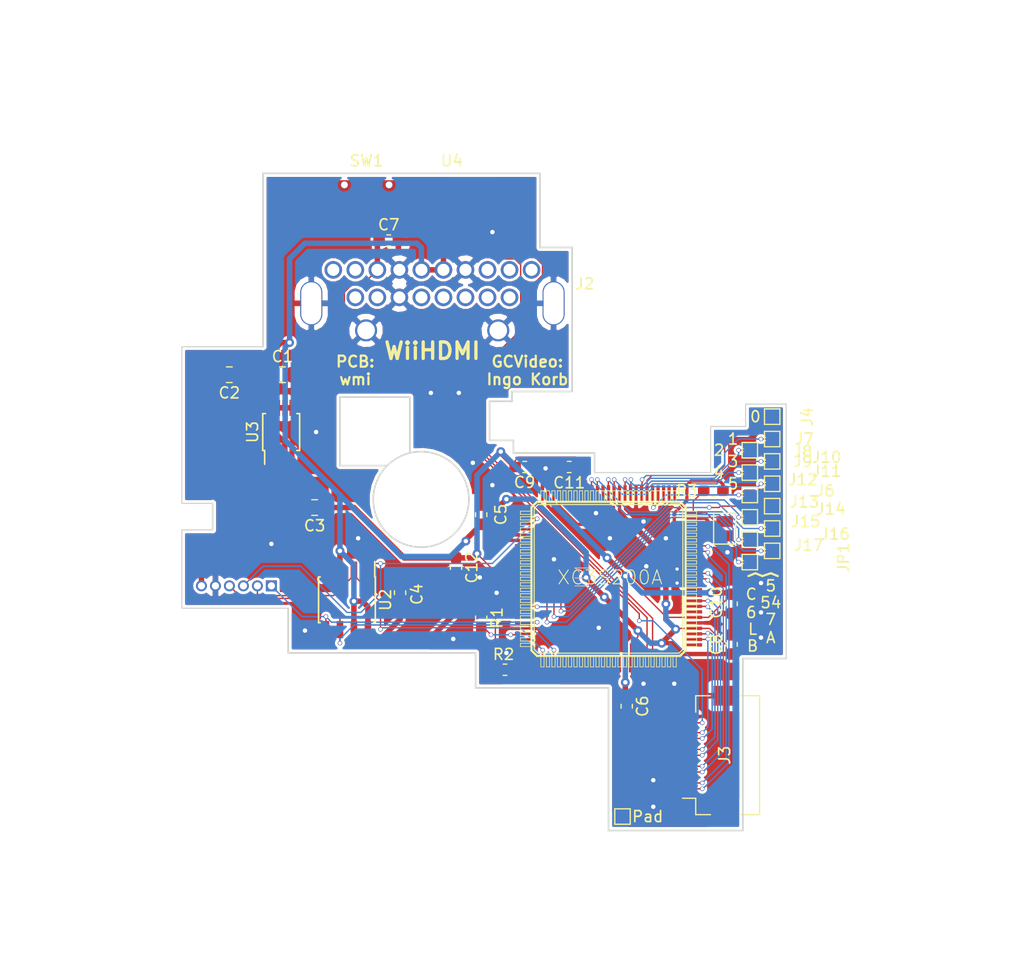
<source format=kicad_pcb>
(kicad_pcb (version 20171130) (host pcbnew "(5.0.1)-4")
  (layers (0 F.Cu signal) (31 B.Cu signal) (34 B.Paste user) (35 F.Paste user) (36 B.SilkS user) (37 F.SilkS user) (38 B.Mask user) (39 F.Mask user) (44 Edge.Cuts user))
  (net 0 "")
  (net 1 +3V3)
  (net 2 GND)
  (net 3 +1V2)
  (net 4 SI)
  (net 5 SO)
  (net 6 CS)
  (net 7 CLK)
  (net 8 "Net-(J2-Pad18)")
  (net 9 "Net-(J2-Pad16)")
  (net 10 "Net-(J2-Pad14)")
  (net 11 +5V)
  (net 12 Wii_Audio_Right)
  (net 13 "Net-(J2-Pad17)")
  (net 14 "Net-(J2-Pad15)")
  (net 15 Wii_Pb_Chroma_Green)
  (net 16 +12V)
  (net 17 Wii_Y_Luma_Red)
  (net 18 Wii_Composite_Video)
  (net 19 Wii_Audio_Left)
  (net 20 Wii_Pr_Blue)
  (net 21 TMDS_DATA2_+)
  (net 22 TMDS_DATA2_-)
  (net 23 TMDS_DATA1_+)
  (net 24 TMDS_DATA1_-)
  (net 25 TMDS_DATA0_+)
  (net 26 TMDS_DATA0_-)
  (net 27 TMDS_CLOCK_+)
  (net 28 TMDS_CLOCK_-)
  (net 29 VData2)
  (net 30 VData3)
  (net 31 VData1)
  (net 32 VData0)
  (net 33 54MHz)
  (net 34 CSel)
  (net 35 VData5)
  (net 36 VData4)
  (net 37 VData6)
  (net 38 VData7)
  (net 39 LRCK)
  (net 40 AData)
  (net 41 BCLK)
  (net 42 "Net-(JP1-Pad1)")
  (net 43 "Net-(R1-Pad2)")
  (net 44 "Net-(R2-Pad1)")
  (net 45 "Net-(U1-Pad98)")
  (net 46 "Net-(U1-Pad97)")
  (net 47 "Net-(U1-Pad90)")
  (net 48 "Net-(U1-Pad86)")
  (net 49 "Net-(U1-Pad85)")
  (net 50 "Net-(U1-Pad82)")
  (net 51 JTAG_TCK)
  (net 52 JTAG_TDO)
  (net 53 "Net-(U1-Pad72)")
  (net 54 "Net-(U1-Pad68)")
  (net 55 "Net-(U1-Pad65)")
  (net 56 "Net-(U1-Pad64)")
  (net 57 "Net-(U1-Pad62)")
  (net 58 "Net-(U1-Pad61)")
  (net 59 "Net-(U1-Pad60)")
  (net 60 "Net-(U1-Pad59)")
  (net 61 "Net-(U1-Pad57)")
  (net 62 "Net-(U1-Pad56)")
  (net 63 "Net-(U1-Pad52)")
  (net 64 "Net-(U1-Pad50)")
  (net 65 "Net-(U1-Pad49)")
  (net 66 "Net-(U1-Pad44)")
  (net 67 "Net-(U1-Pad37)")
  (net 68 "Net-(U1-Pad36)")
  (net 69 "Net-(U1-Pad35)")
  (net 70 "Net-(U1-Pad34)")
  (net 71 "Net-(U1-Pad33)")
  (net 72 "Net-(U1-Pad32)")
  (net 73 "Net-(U1-Pad28)")
  (net 74 "Net-(U1-Pad21)")
  (net 75 "Net-(U1-Pad20)")
  (net 76 "Net-(U1-Pad19)")
  (net 77 "Net-(U1-Pad4)")
  (net 78 "Net-(U1-Pad3)")
  (net 79 JTAG_TDI)
  (net 80 JTAG_TMS)
  (net 81 IR_Button)
  (net 82 IR_Receiver)
  (net 83 Gamepad)
  (module wiihdmi:xilinx_spartan3_virtex4_and_5-VQ100 (layer F.Cu) (at 95.631 87.503 270)
    (fp_text reference U1 (at -0.32258 2.36474 270) (layer B.SilkS) (effects (font (size 1.27 1.27) (thickness 0.0889))))
    (fp_text value XC3S200A (at -0.127 -0.127) (layer F.SilkS) (effects (font (size 1.27 1.27) (thickness 0.0889))))
    (pad 100 smd rect (at -5.99948 -7.69874) (size 1.59766 0.29972) (layers F.Cu F.Paste F.Mask) (net 42 "Net-(JP1-Pad1)"))
    (pad 99 smd rect (at -5.4991 -7.69874) (size 1.59766 0.29972) (layers F.Cu F.Paste F.Mask) (net 2 GND))
    (pad 98 smd rect (at -4.99872 -7.69874) (size 1.59766 0.29972) (layers F.Cu F.Paste F.Mask) (net 45 "Net-(U1-Pad98)"))
    (pad 97 smd rect (at -4.49834 -7.69874) (size 1.59766 0.29972) (layers F.Cu F.Paste F.Mask) (net 46 "Net-(U1-Pad97)"))
    (pad 96 smd rect (at -3.99796 -7.69874) (size 1.59766 0.29972) (layers F.Cu F.Paste F.Mask) (net 1 +3V3))
    (pad 95 smd rect (at -3.49758 -7.69874) (size 1.59766 0.29972) (layers F.Cu F.Paste F.Mask) (net 2 GND))
    (pad 94 smd rect (at -2.99974 -7.69874) (size 1.59766 0.29972) (layers F.Cu F.Paste F.Mask) (net 21 TMDS_DATA2_+))
    (pad 93 smd rect (at -2.49936 -7.69874) (size 1.59766 0.29972) (layers F.Cu F.Paste F.Mask) (net 22 TMDS_DATA2_-))
    (pad 92 smd rect (at -1.99898 -7.69874) (size 1.59766 0.29972) (layers F.Cu F.Paste F.Mask) (net 1 +3V3))
    (pad 91 smd rect (at -1.4986 -7.69874) (size 1.59766 0.29972) (layers F.Cu F.Paste F.Mask) (net 2 GND))
    (pad 90 smd rect (at -0.99822 -7.69874) (size 1.59766 0.29972) (layers F.Cu F.Paste F.Mask) (net 47 "Net-(U1-Pad90)"))
    (pad 89 smd rect (at -0.49784 -7.69874) (size 1.59766 0.29972) (layers F.Cu F.Paste F.Mask) (net 23 TMDS_DATA1_+))
    (pad 88 smd rect (at 0 -7.69874) (size 1.59766 0.29972) (layers F.Cu F.Paste F.Mask) (net 24 TMDS_DATA1_-))
    (pad 87 smd rect (at 0.49784 -7.69874) (size 1.59766 0.29972) (layers F.Cu F.Paste F.Mask) (net 2 GND))
    (pad 86 smd rect (at 0.99822 -7.69874) (size 1.59766 0.29972) (layers F.Cu F.Paste F.Mask) (net 48 "Net-(U1-Pad86)"))
    (pad 85 smd rect (at 1.4986 -7.69874) (size 1.59766 0.29972) (layers F.Cu F.Paste F.Mask) (net 49 "Net-(U1-Pad85)"))
    (pad 84 smd rect (at 1.99898 -7.69874) (size 1.59766 0.29972) (layers F.Cu F.Paste F.Mask) (net 25 TMDS_DATA0_+))
    (pad 83 smd rect (at 2.49936 -7.69874) (size 1.59766 0.29972) (layers F.Cu F.Paste F.Mask) (net 26 TMDS_DATA0_-))
    (pad 82 smd rect (at 2.99974 -7.69874) (size 1.59766 0.29972) (layers F.Cu F.Paste F.Mask) (net 50 "Net-(U1-Pad82)"))
    (pad 81 smd rect (at 3.49758 -7.69874) (size 1.59766 0.29972) (layers F.Cu F.Paste F.Mask) (net 3 +1V2))
    (pad 80 smd rect (at 3.99796 -7.69874) (size 1.59766 0.29972) (layers F.Cu F.Paste F.Mask) (net 2 GND))
    (pad 79 smd rect (at 4.49834 -7.69874) (size 1.59766 0.29972) (layers F.Cu F.Paste F.Mask) (net 1 +3V3))
    (pad 78 smd rect (at 4.99872 -7.69874) (size 1.59766 0.29972) (layers F.Cu F.Paste F.Mask) (net 27 TMDS_CLOCK_+))
    (pad 77 smd rect (at 5.4991 -7.69874) (size 1.59766 0.29972) (layers F.Cu F.Paste F.Mask) (net 28 TMDS_CLOCK_-))
    (pad 76 smd rect (at 5.99948 -7.69874) (size 1.59766 0.29972) (layers F.Cu F.Paste F.Mask) (net 51 JTAG_TCK))
    (pad 75 smd rect (at 7.69874 -5.99948 270) (size 1.59766 0.29972) (layers F.Cu F.Paste F.Mask) (net 52 JTAG_TDO))
    (pad 74 smd rect (at 7.69874 -5.4991 270) (size 1.59766 0.29972) (layers F.Cu F.Paste F.Mask) (net 2 GND))
    (pad 73 smd rect (at 7.69874 -4.99872 270) (size 1.59766 0.29972) (layers F.Cu F.Paste F.Mask) (net 83 Gamepad))
    (pad 72 smd rect (at 7.69874 -4.49834 270) (size 1.59766 0.29972) (layers F.Cu F.Paste F.Mask) (net 53 "Net-(U1-Pad72)"))
    (pad 71 smd rect (at 7.69874 -3.99796 270) (size 1.59766 0.29972) (layers F.Cu F.Paste F.Mask) (net 82 IR_Receiver))
    (pad 70 smd rect (at 7.69874 -3.49758 270) (size 1.59766 0.29972) (layers F.Cu F.Paste F.Mask) (net 81 IR_Button))
    (pad 69 smd rect (at 7.69874 -2.99974 270) (size 1.59766 0.29972) (layers F.Cu F.Paste F.Mask) (net 2 GND))
    (pad 68 smd rect (at 7.69874 -2.49936 270) (size 1.59766 0.29972) (layers F.Cu F.Paste F.Mask) (net 54 "Net-(U1-Pad68)"))
    (pad 67 smd rect (at 7.69874 -1.99898 270) (size 1.59766 0.29972) (layers F.Cu F.Paste F.Mask) (net 1 +3V3))
    (pad 66 smd rect (at 7.69874 -1.4986 270) (size 1.59766 0.29972) (layers F.Cu F.Paste F.Mask) (net 3 +1V2))
    (pad 65 smd rect (at 7.69874 -0.99822 270) (size 1.59766 0.29972) (layers F.Cu F.Paste F.Mask) (net 55 "Net-(U1-Pad65)"))
    (pad 64 smd rect (at 7.69874 -0.49784 270) (size 1.59766 0.29972) (layers F.Cu F.Paste F.Mask) (net 56 "Net-(U1-Pad64)"))
    (pad 63 smd rect (at 7.69874 0 270) (size 1.59766 0.29972) (layers F.Cu F.Paste F.Mask) (net 2 GND))
    (pad 62 smd rect (at 7.69874 0.49784 270) (size 1.59766 0.29972) (layers F.Cu F.Paste F.Mask) (net 57 "Net-(U1-Pad62)"))
    (pad 61 smd rect (at 7.69874 0.99822 270) (size 1.59766 0.29972) (layers F.Cu F.Paste F.Mask) (net 58 "Net-(U1-Pad61)"))
    (pad 60 smd rect (at 7.69874 1.4986 270) (size 1.59766 0.29972) (layers F.Cu F.Paste F.Mask) (net 59 "Net-(U1-Pad60)"))
    (pad 59 smd rect (at 7.69874 1.99898 270) (size 1.59766 0.29972) (layers F.Cu F.Paste F.Mask) (net 60 "Net-(U1-Pad59)"))
    (pad 58 smd rect (at 7.69874 2.49936 270) (size 1.59766 0.29972) (layers F.Cu F.Paste F.Mask) (net 2 GND))
    (pad 57 smd rect (at 7.69874 2.99974 270) (size 1.59766 0.29972) (layers F.Cu F.Paste F.Mask) (net 61 "Net-(U1-Pad57)"))
    (pad 56 smd rect (at 7.69874 3.49758 270) (size 1.59766 0.29972) (layers F.Cu F.Paste F.Mask) (net 62 "Net-(U1-Pad56)"))
    (pad 55 smd rect (at 7.69874 3.99796 270) (size 1.59766 0.29972) (layers F.Cu F.Paste F.Mask) (net 1 +3V3))
    (pad 54 smd rect (at 7.69874 4.49834 270) (size 1.59766 0.29972) (layers F.Cu F.Paste F.Mask) (net 44 "Net-(R2-Pad1)"))
    (pad 53 smd rect (at 7.69874 4.99872 270) (size 1.59766 0.29972) (layers F.Cu F.Paste F.Mask) (net 7 CLK))
    (pad 52 smd rect (at 7.69874 5.4991 270) (size 1.59766 0.29972) (layers F.Cu F.Paste F.Mask) (net 63 "Net-(U1-Pad52)"))
    (pad 51 smd rect (at 7.69874 5.99948 270) (size 1.59766 0.29972) (layers F.Cu F.Paste F.Mask) (net 5 SO))
    (pad 50 smd rect (at 5.99948 7.69874) (size 1.59766 0.29972) (layers F.Cu F.Paste F.Mask) (net 64 "Net-(U1-Pad50)"))
    (pad 49 smd rect (at 5.4991 7.69874) (size 1.59766 0.29972) (layers F.Cu F.Paste F.Mask) (net 65 "Net-(U1-Pad49)"))
    (pad 48 smd rect (at 4.99872 7.69874) (size 1.59766 0.29972) (layers F.Cu F.Paste F.Mask) (net 43 "Net-(R1-Pad2)"))
    (pad 47 smd rect (at 4.49834 7.69874) (size 1.59766 0.29972) (layers F.Cu F.Paste F.Mask) (net 2 GND))
    (pad 46 smd rect (at 3.99796 7.69874) (size 1.59766 0.29972) (layers F.Cu F.Paste F.Mask) (net 4 SI))
    (pad 45 smd rect (at 3.49758 7.69874) (size 1.59766 0.29972) (layers F.Cu F.Paste F.Mask) (net 1 +3V3))
    (pad 44 smd rect (at 2.99974 7.69874) (size 1.59766 0.29972) (layers F.Cu F.Paste F.Mask) (net 66 "Net-(U1-Pad44)"))
    (pad 43 smd rect (at 2.49936 7.69874) (size 1.59766 0.29972) (layers F.Cu F.Paste F.Mask) (net 33 54MHz))
    (pad 42 smd rect (at 1.99898 7.69874) (size 1.59766 0.29972) (layers F.Cu F.Paste F.Mask) (net 2 GND))
    (pad 41 smd rect (at 1.4986 7.69874) (size 1.59766 0.29972) (layers F.Cu F.Paste F.Mask) (net 41 BCLK))
    (pad 40 smd rect (at 0.99822 7.69874) (size 1.59766 0.29972) (layers F.Cu F.Paste F.Mask) (net 40 AData))
    (pad 39 smd rect (at 0.49784 7.69874) (size 1.59766 0.29972) (layers F.Cu F.Paste F.Mask) (net 39 LRCK))
    (pad 38 smd rect (at 0 7.69874) (size 1.59766 0.29972) (layers F.Cu F.Paste F.Mask) (net 3 +1V2))
    (pad 37 smd rect (at -0.49784 7.69874) (size 1.59766 0.29972) (layers F.Cu F.Paste F.Mask) (net 67 "Net-(U1-Pad37)"))
    (pad 36 smd rect (at -0.99822 7.69874) (size 1.59766 0.29972) (layers F.Cu F.Paste F.Mask) (net 68 "Net-(U1-Pad36)"))
    (pad 35 smd rect (at -1.4986 7.69874) (size 1.59766 0.29972) (layers F.Cu F.Paste F.Mask) (net 69 "Net-(U1-Pad35)"))
    (pad 34 smd rect (at -1.99898 7.69874) (size 1.59766 0.29972) (layers F.Cu F.Paste F.Mask) (net 70 "Net-(U1-Pad34)"))
    (pad 33 smd rect (at -2.49936 7.69874) (size 1.59766 0.29972) (layers F.Cu F.Paste F.Mask) (net 71 "Net-(U1-Pad33)"))
    (pad 32 smd rect (at -2.99974 7.69874) (size 1.59766 0.29972) (layers F.Cu F.Paste F.Mask) (net 72 "Net-(U1-Pad32)"))
    (pad 31 smd rect (at -3.49758 7.69874) (size 1.59766 0.29972) (layers F.Cu F.Paste F.Mask) (net 1 +3V3))
    (pad 30 smd rect (at -3.99796 7.69874) (size 1.59766 0.29972) (layers F.Cu F.Paste F.Mask) (net 1 +3V3))
    (pad 29 smd rect (at -4.49834 7.69874) (size 1.59766 0.29972) (layers F.Cu F.Paste F.Mask) (net 1 +3V3))
    (pad 28 smd rect (at -4.99872 7.69874) (size 1.59766 0.29972) (layers F.Cu F.Paste F.Mask) (net 73 "Net-(U1-Pad28)"))
    (pad 27 smd rect (at -5.4991 7.69874) (size 1.59766 0.29972) (layers F.Cu F.Paste F.Mask) (net 6 CS))
    (pad 26 smd rect (at -5.99948 7.69874) (size 1.59766 0.29972) (layers F.Cu F.Paste F.Mask) (net 1 +3V3))
    (pad 25 smd rect (at -7.69874 5.99948 270) (size 1.59766 0.29972) (layers F.Cu F.Paste F.Mask) (net 1 +3V3))
    (pad 24 smd rect (at -7.69874 5.4991 270) (size 1.59766 0.29972) (layers F.Cu F.Paste F.Mask) (net 2 GND))
    (pad 23 smd rect (at -7.69874 4.99872 270) (size 1.59766 0.29972) (layers F.Cu F.Paste F.Mask) (net 2 GND))
    (pad 22 smd rect (at -7.69874 4.49834 270) (size 1.59766 0.29972) (layers F.Cu F.Paste F.Mask) (net 1 +3V3))
    (pad 21 smd rect (at -7.69874 3.99796 270) (size 1.59766 0.29972) (layers F.Cu F.Paste F.Mask) (net 74 "Net-(U1-Pad21)"))
    (pad 20 smd rect (at -7.69874 3.49758 270) (size 1.59766 0.29972) (layers F.Cu F.Paste F.Mask) (net 75 "Net-(U1-Pad20)"))
    (pad 19 smd rect (at -7.69874 2.99974 270) (size 1.59766 0.29972) (layers F.Cu F.Paste F.Mask) (net 76 "Net-(U1-Pad19)"))
    (pad 18 smd rect (at -7.69874 2.49936 270) (size 1.59766 0.29972) (layers F.Cu F.Paste F.Mask) (net 2 GND))
    (pad 17 smd rect (at -7.69874 1.99898 270) (size 1.59766 0.29972) (layers F.Cu F.Paste F.Mask) (net 3 +1V2))
    (pad 16 smd rect (at -7.69874 1.4986 270) (size 1.59766 0.29972) (layers F.Cu F.Paste F.Mask) (net 38 VData7))
    (pad 15 smd rect (at -7.69874 0.99822 270) (size 1.59766 0.29972) (layers F.Cu F.Paste F.Mask) (net 37 VData6))
    (pad 14 smd rect (at -7.69874 0.49784 270) (size 1.59766 0.29972) (layers F.Cu F.Paste F.Mask) (net 2 GND))
    (pad 13 smd rect (at -7.69874 0 270) (size 1.59766 0.29972) (layers F.Cu F.Paste F.Mask) (net 35 VData5))
    (pad 12 smd rect (at -7.69874 -0.49784 270) (size 1.59766 0.29972) (layers F.Cu F.Paste F.Mask) (net 36 VData4))
    (pad 11 smd rect (at -7.69874 -0.99822 270) (size 1.59766 0.29972) (layers F.Cu F.Paste F.Mask) (net 1 +3V3))
    (pad 10 smd rect (at -7.69874 -1.4986 270) (size 1.59766 0.29972) (layers F.Cu F.Paste F.Mask) (net 30 VData3))
    (pad 9 smd rect (at -7.69874 -1.99898 270) (size 1.59766 0.29972) (layers F.Cu F.Paste F.Mask) (net 29 VData2))
    (pad 8 smd rect (at -7.69874 -2.49936 270) (size 1.59766 0.29972) (layers F.Cu F.Paste F.Mask) (net 2 GND))
    (pad 7 smd rect (at -7.69874 -2.99974 270) (size 1.59766 0.29972) (layers F.Cu F.Paste F.Mask) (net 31 VData1))
    (pad 6 smd rect (at -7.69874 -3.49758 270) (size 1.59766 0.29972) (layers F.Cu F.Paste F.Mask) (net 32 VData0))
    (pad 5 smd rect (at -7.69874 -3.99796 270) (size 1.59766 0.29972) (layers F.Cu F.Paste F.Mask) (net 34 CSel))
    (pad 4 smd rect (at -7.69874 -4.49834 270) (size 1.59766 0.29972) (layers F.Cu F.Paste F.Mask) (net 77 "Net-(U1-Pad4)"))
    (pad 3 smd rect (at -7.69874 -4.99872 270) (size 1.59766 0.29972) (layers F.Cu F.Paste F.Mask) (net 78 "Net-(U1-Pad3)"))
    (pad 2 smd rect (at -7.69874 -5.4991 270) (size 1.59766 0.29972) (layers F.Cu F.Paste F.Mask) (net 79 JTAG_TDI))
    (pad 1 smd rect (at -7.69874 -5.99948 270) (size 1.59766 0.29972) (layers F.Cu F.Paste F.Mask) (net 80 JTAG_TMS))
  )
  (module Capacitor_SMD:C_0805_2012Metric_Pad1.15x1.40mm_HandSolder (layer F.Cu) (at 66.031 68.961)
    (fp_text reference C1 (at 0 -1.65) (layer F.SilkS))
    (fp_text value 1uF)
    (pad 1 smd roundrect (at -1.025 0) (size 1.15 1.4) (layers F.Cu F.Paste F.Mask) (roundrect_rratio 0.217391) (net 1 +3V3))
    (pad 2 smd roundrect (at 1.025 0) (size 1.15 1.4) (layers F.Cu F.Paste F.Mask) (roundrect_rratio 0.217391) (net 2 GND))
  )
  (module Capacitor_SMD:C_0805_2012Metric_Pad1.15x1.40mm_HandSolder (layer F.Cu) (at 61.205 68.961 180)
    (fp_text reference C2 (at 0 -1.65 180) (layer F.SilkS))
    (fp_text value 1uF)
    (pad 1 smd roundrect (at -1.025 0 180) (size 1.15 1.4) (layers F.Cu F.Paste F.Mask) (roundrect_rratio 0.217391) (net 1 +3V3))
    (pad 2 smd roundrect (at 1.025 0 180) (size 1.15 1.4) (layers F.Cu F.Paste F.Mask) (roundrect_rratio 0.217391) (net 2 GND))
  )
  (module Capacitor_SMD:C_0805_2012Metric_Pad1.15x1.40mm_HandSolder (layer F.Cu) (at 68.952 81.026 180)
    (fp_text reference C3 (at 0 -1.65 180) (layer F.SilkS))
    (fp_text value 10uF)
    (pad 2 smd roundrect (at 1.025 0 180) (size 1.15 1.4) (layers F.Cu F.Paste F.Mask) (roundrect_rratio 0.217391) (net 2 GND))
    (pad 1 smd roundrect (at -1.025 0 180) (size 1.15 1.4) (layers F.Cu F.Paste F.Mask) (roundrect_rratio 0.217391) (net 3 +1V2))
  )
  (module wiihdmi:PinHeader_1x06_P1.27mm_Vertical_no_silk (layer F.Cu) (at 65.024 88.138 270)
    (fp_text reference J1 hide)
    (fp_text value Conn_01x06)
    (pad 1 thru_hole rect (at 0 0 270) (size 1 1) (drill 0.65) (layers *.Cu *.Mask) (net 4 SI))
    (pad 2 thru_hole oval (at 0 1.27 270) (size 1 1) (drill 0.65) (layers *.Cu *.Mask) (net 5 SO))
    (pad 3 thru_hole oval (at 0 2.54 270) (size 1 1) (drill 0.65) (layers *.Cu *.Mask) (net 6 CS))
    (pad 4 thru_hole oval (at 0 3.81 270) (size 1 1) (drill 0.65) (layers *.Cu *.Mask) (net 7 CLK))
    (pad 5 thru_hole oval (at 0 5.08 270) (size 1 1) (drill 0.65) (layers *.Cu *.Mask) (net 2 GND))
    (pad 6 thru_hole oval (at 0 6.35 270) (size 1 1) (drill 0.65) (layers *.Cu *.Mask) (net 1 +3V3))
  )
  (module "wiihdmi:Wii AV Port" (layer F.Cu) (at 79.62 60.674)
    (fp_text reference J2 (at 13.852 0.032) (layer F.SilkS))
    (fp_text value "Wii Video Port")
    (pad 18 thru_hole circle (at 9.024 -1.238) (size 1.6 1.6) (drill 1.1) (layers *.Cu *.Mask) (net 8 "Net-(J2-Pad18)"))
    (pad 16 thru_hole circle (at 7.024 -1.238) (size 1.6 1.6) (drill 1.1) (layers *.Cu *.Mask) (net 9 "Net-(J2-Pad16)"))
    (pad 14 thru_hole circle (at 5.024 -1.238) (size 1.6 1.6) (drill 1.1) (layers *.Cu *.Mask) (net 10 "Net-(J2-Pad14)"))
    (pad 12 thru_hole circle (at 3.024 -1.238) (size 1.6 1.6) (drill 1.1) (layers *.Cu *.Mask) (net 2 GND))
    (pad 10 thru_hole circle (at 1.024 -1.238) (size 1.6 1.6) (drill 1.1) (layers *.Cu *.Mask) (net 1 +3V3))
    (pad 8 thru_hole circle (at -0.976 -1.238) (size 1.6 1.6) (drill 1.1) (layers *.Cu *.Mask) (net 1 +3V3))
    (pad 6 thru_hole circle (at -2.976 -1.238) (size 1.6 1.6) (drill 1.1) (layers *.Cu *.Mask) (net 2 GND))
    (pad 4 thru_hole circle (at -4.976 -1.238) (size 1.6 1.6) (drill 1.1) (layers *.Cu *.Mask) (net 11 +5V))
    (pad 2 thru_hole circle (at -6.976 -1.238) (size 1.6 1.6) (drill 1.1) (layers *.Cu *.Mask) (net 12 Wii_Audio_Right))
    (pad 17 thru_hole circle (at -8.976 -1.238) (size 1.6 1.6) (drill 1.1) (layers *.Cu *.Mask) (net 13 "Net-(J2-Pad17)"))
    (pad 15 thru_hole circle (at 7.024 1.262) (size 1.6 1.6) (drill 1.1) (layers *.Cu *.Mask) (net 14 "Net-(J2-Pad15)"))
    (pad 9 thru_hole circle (at 1.024 1.262) (size 1.6 1.6) (drill 1.1) (layers *.Cu *.Mask) (net 15 Wii_Pb_Chroma_Green))
    (pad 5 thru_hole circle (at -2.976 1.262) (size 1.6 1.6) (drill 1.1) (layers *.Cu *.Mask) (net 2 GND))
    (pad 13 thru_hole circle (at 5.024 1.262) (size 1.6 1.6) (drill 1.1) (layers *.Cu *.Mask) (net 16 +12V))
    (pad 7 thru_hole circle (at -0.976 1.262) (size 1.6 1.6) (drill 1.1) (layers *.Cu *.Mask) (net 17 Wii_Y_Luma_Red))
    (pad 3 thru_hole circle (at -4.976 1.262) (size 1.6 1.6) (drill 1.1) (layers *.Cu *.Mask) (net 18 Wii_Composite_Video))
    (pad 1 thru_hole circle (at -6.976 1.262) (size 1.6 1.6) (drill 1.1) (layers *.Cu *.Mask) (net 19 Wii_Audio_Left))
    (pad 11 thru_hole circle (at 3.024 1.262) (size 1.6 1.6) (drill 1.1) (layers *.Cu *.Mask) (net 20 Wii_Pr_Blue))
    (pad 19 thru_hole oval (at -10.976 1.8) (size 2 4) (drill oval 1.8 3.8) (layers *.Cu *.Mask) (net 2 GND))
    (pad 19 thru_hole oval (at 11.024 1.8) (size 2 4) (drill oval 1.8 3.8) (layers *.Cu *.Mask) (net 2 GND))
    (pad 19 thru_hole circle (at -6 4.262) (size 2 2) (drill 1.6) (layers *.Cu *.Mask) (net 2 GND))
    (pad 19 thru_hole circle (at 6 4.262) (size 2 2) (drill 1.6) (layers *.Cu *.Mask) (net 2 GND))
  )
  (module Connector_FFC-FPC:Hirose_FH12-15S-0.5SH_1x15-1MP_P0.50mm_Horizontal (layer F.Cu) (at 104.847 103.521 90)
    (fp_text reference J3 (at 0 1.325 90) (layer F.SilkS))
    (fp_text value HDMI_FFC)
    (pad MP smd rect (at 5.4 1.4 90) (size 1.8 2.2) (layers F.Cu F.Paste F.Mask) (net 2 GND))
    (pad MP smd rect (at -5.4 1.4 90) (size 1.8 2.2) (layers F.Cu F.Paste F.Mask) (net 2 GND))
    (pad 1 smd rect (at -3.5 -1.85 90) (size 0.3 1.3) (layers F.Cu F.Paste F.Mask) (net 2 GND))
    (pad 2 smd rect (at -3 -1.85 90) (size 0.3 1.3) (layers F.Cu F.Paste F.Mask) (net 21 TMDS_DATA2_+))
    (pad 3 smd rect (at -2.5 -1.85 90) (size 0.3 1.3) (layers F.Cu F.Paste F.Mask) (net 22 TMDS_DATA2_-))
    (pad 4 smd rect (at -2 -1.85 90) (size 0.3 1.3) (layers F.Cu F.Paste F.Mask) (net 2 GND))
    (pad 5 smd rect (at -1.5 -1.85 90) (size 0.3 1.3) (layers F.Cu F.Paste F.Mask) (net 23 TMDS_DATA1_+))
    (pad 6 smd rect (at -1 -1.85 90) (size 0.3 1.3) (layers F.Cu F.Paste F.Mask) (net 24 TMDS_DATA1_-))
    (pad 7 smd rect (at -0.5 -1.85 90) (size 0.3 1.3) (layers F.Cu F.Paste F.Mask) (net 2 GND))
    (pad 8 smd rect (at 0 -1.85 90) (size 0.3 1.3) (layers F.Cu F.Paste F.Mask) (net 25 TMDS_DATA0_+))
    (pad 9 smd rect (at 0.5 -1.85 90) (size 0.3 1.3) (layers F.Cu F.Paste F.Mask) (net 26 TMDS_DATA0_-))
    (pad 10 smd rect (at 1 -1.85 90) (size 0.3 1.3) (layers F.Cu F.Paste F.Mask) (net 2 GND))
    (pad 11 smd rect (at 1.5 -1.85 90) (size 0.3 1.3) (layers F.Cu F.Paste F.Mask) (net 27 TMDS_CLOCK_+))
    (pad 12 smd rect (at 2 -1.85 90) (size 0.3 1.3) (layers F.Cu F.Paste F.Mask) (net 28 TMDS_CLOCK_-))
    (pad 13 smd rect (at 2.5 -1.85 90) (size 0.3 1.3) (layers F.Cu F.Paste F.Mask) (net 2 GND))
    (pad 14 smd rect (at 3 -1.85 90) (size 0.3 1.3) (layers F.Cu F.Paste F.Mask) (net 11 +5V))
    (pad 15 smd rect (at 3.5 -1.85 90) (size 0.3 1.3) (layers F.Cu F.Paste F.Mask) (net 2 GND))
  )
  (module TestPoint:TestPoint_Pad_1.0x1.0mm (layer F.Cu) (at 96.901 109.093)
    (fp_text reference Pad (at 2.286 0) (layer F.SilkS))
    (fp_text value Conn_01x01)
    (pad 1 smd rect (at 0 0) (size 1 1) (layers F.Cu F.Mask) (net 83 Gamepad))
  )
  (module TestPoint:TestPoint_Pad_1.0x1.0mm (layer F.Cu) (at 110.49 80.899)
    (fp_text reference J6 (at 4.826 -1.397) (layer F.SilkS))
    (fp_text value Conn_01x01)
    (pad 1 smd rect (at 0 0) (size 1 1) (layers F.Cu F.Mask) (net 33 54MHz))
  )
  (module Jumper:SolderJumper-2_P1.3mm_Open_Pad1.0x1.5mm (layer F.Cu) (at 106.172 82.946 270)
    (fp_text reference JP1 (at 2.652 -10.795 270) (layer F.SilkS))
    (fp_text value SolderJumper_2_Open)
    (pad 2 smd rect (at 0.65 0 270) (size 1 1.5) (layers F.Cu F.Mask) (net 2 GND))
    (pad 1 smd rect (at -0.65 0 270) (size 1 1.5) (layers F.Cu F.Mask) (net 42 "Net-(JP1-Pad1)"))
  )
  (module wiihdmi:EVQ9P701P (layer F.Cu) (at 73.655 52.516)
    (fp_text reference SW1 (at 0.005 -2.986) (layer F.SilkS))
    (fp_text value SW_Push)
    (pad 1 thru_hole circle (at 2.05 -0.8) (size 0.7 0.7) (drill 0.6) (layers *.Cu *.Mask) (net 81 IR_Button))
    (pad 1 thru_hole circle (at -2 -0.8) (size 0.7 0.7) (drill 0.6) (layers *.Cu *.Mask) (net 81 IR_Button))
    (pad 2 smd rect (at 1.95 0.75) (size 1.65 1.05) (layers F.Cu F.Paste F.Mask) (net 2 GND))
    (pad 2 smd rect (at -1.9 0.75) (size 1.65 1.05) (layers F.Cu F.Paste F.Mask) (net 2 GND))
    (pad 1 smd rect (at 1.95 -0.7) (size 1.65 1.05) (layers F.Cu F.Paste F.Mask) (net 81 IR_Button))
    (pad 1 smd rect (at -1.9 -0.7) (size 1.65 1.05) (layers F.Cu F.Paste F.Mask) (net 81 IR_Button))
  )
  (module Package_SO:SOIC-8_3.9x4.9mm_P1.27mm (layer F.Cu) (at 71.882 89.408 270)
    (fp_text reference U2 (at 0 -3.5 270) (layer F.SilkS))
    (fp_text value M25P40)
    (pad 1 smd rect (at -2.7 -1.905 270) (size 1.55 0.6) (layers F.Cu F.Paste F.Mask) (net 6 CS))
    (pad 2 smd rect (at -2.7 -0.635 270) (size 1.55 0.6) (layers F.Cu F.Paste F.Mask) (net 5 SO))
    (pad 3 smd rect (at -2.7 0.635 270) (size 1.55 0.6) (layers F.Cu F.Paste F.Mask) (net 1 +3V3))
    (pad 4 smd rect (at -2.7 1.905 270) (size 1.55 0.6) (layers F.Cu F.Paste F.Mask) (net 2 GND))
    (pad 5 smd rect (at 2.7 1.905 270) (size 1.55 0.6) (layers F.Cu F.Paste F.Mask) (net 4 SI))
    (pad 6 smd rect (at 2.7 0.635 270) (size 1.55 0.6) (layers F.Cu F.Paste F.Mask) (net 7 CLK))
    (pad 7 smd rect (at 2.7 -0.635 270) (size 1.55 0.6) (layers F.Cu F.Paste F.Mask) (net 1 +3V3))
    (pad 8 smd rect (at 2.7 -1.905 270) (size 1.55 0.6) (layers F.Cu F.Paste F.Mask) (net 1 +3V3))
  )
  (module Package_SO:MSOP-8_3x3mm_P0.65mm (layer F.Cu) (at 65.913 74.168 90)
    (fp_text reference U3 (at 0 -2.6 90) (layer F.SilkS))
    (fp_text value TPS740)
    (pad 1 smd rect (at -2.2 -0.975 90) (size 1.45 0.45) (layers F.Cu F.Paste F.Mask) (net 1 +3V3))
    (pad 2 smd rect (at -2.2 -0.325 90) (size 1.45 0.45) (layers F.Cu F.Paste F.Mask) (net 1 +3V3))
    (pad 3 smd rect (at -2.2 0.325 90) (size 1.45 0.45) (layers F.Cu F.Paste F.Mask) (net 1 +3V3))
    (pad 4 smd rect (at -2.2 0.975 90) (size 1.45 0.45) (layers F.Cu F.Paste F.Mask) (net 3 +1V2))
    (pad 5 smd rect (at 2.2 0.975 90) (size 1.45 0.45) (layers F.Cu F.Paste F.Mask) (net 2 GND))
    (pad 6 smd rect (at 2.2 0.325 90) (size 1.45 0.45) (layers F.Cu F.Paste F.Mask) (net 2 GND))
    (pad 7 smd rect (at 2.2 -0.325 90) (size 1.45 0.45) (layers F.Cu F.Paste F.Mask) (net 2 GND))
    (pad 8 smd rect (at 2.2 -0.975 90) (size 1.45 0.45) (layers F.Cu F.Paste F.Mask) (net 2 GND))
  )
  (module wiihdmi:IRM-V5xx (layer F.Cu) (at 81.485 53.143)
    (fp_text reference U4 (at -0.078 -3.613) (layer F.SilkS))
    (fp_text value TSOP321xx)
    (pad 3 smd rect (at -1.8 1.3) (size 0.7 1.2) (layers F.Cu F.Paste F.Mask) (net 2 GND))
    (pad 2 smd rect (at -0.05 1.3) (size 0.7 1.2) (layers F.Cu F.Paste F.Mask) (net 1 +3V3))
    (pad 1 smd rect (at 1.7 1.3) (size 0.7 1.2) (layers F.Cu F.Paste F.Mask) (net 82 IR_Receiver))
    (pad 3 smd rect (at 1.7 -1.2) (size 3 1.4) (layers F.Cu F.Paste F.Mask) (net 2 GND))
  )
  (module Capacitor_SMD:C_0603_1608Metric_Pad1.05x0.95mm_HandSolder (layer F.Cu) (at 76.708 88.759 90)
    (fp_text reference C4 (at -0.141 1.524 90) (layer F.SilkS))
    (fp_text value C)
    (pad 1 smd roundrect (at -0.875 0 90) (size 1.05 0.95) (layers F.Cu F.Paste F.Mask) (net 1 +3V3))
    (pad 2 smd roundrect (at 0.875 0 90) (size 1.05 0.95) (layers F.Cu F.Paste F.Mask) (net 2 GND))
  )
  (module Capacitor_SMD:C_0603_1608Metric_Pad1.05x0.95mm_HandSolder (layer F.Cu) (at 84.074 81.675 90)
    (fp_text reference C5 (at 0.014 1.778 90) (layer F.SilkS))
    (fp_text value C)
    (pad 2 smd roundrect (at 0.875 0 90) (size 1.05 0.95) (layers F.Cu F.Paste F.Mask) (net 2 GND))
    (pad 1 smd roundrect (at -0.875 0 90) (size 1.05 0.95) (layers F.Cu F.Paste F.Mask) (net 1 +3V3))
  )
  (module Capacitor_SMD:C_0603_1608Metric_Pad1.05x0.95mm_HandSolder (layer F.Cu) (at 97.282 99.074 270)
    (fp_text reference C6 (at 0 -1.43 270) (layer F.SilkS))
    (fp_text value C)
    (pad 1 smd roundrect (at -0.875 0 270) (size 1.05 0.95) (layers F.Cu F.Paste F.Mask) (net 3 +1V2))
    (pad 2 smd roundrect (at 0.875 0 270) (size 1.05 0.95) (layers F.Cu F.Paste F.Mask) (net 2 GND))
  )
  (module Capacitor_SMD:C_0603_1608Metric_Pad1.05x0.95mm_HandSolder (layer F.Cu) (at 75.678 56.769)
    (fp_text reference C7 (at 0 -1.43) (layer F.SilkS))
    (fp_text value C)
    (pad 2 smd roundrect (at 0.875 0) (size 1.05 0.95) (layers F.Cu F.Paste F.Mask) (net 2 GND))
    (pad 1 smd roundrect (at -0.875 0) (size 1.05 0.95) (layers F.Cu F.Paste F.Mask) (net 11 +5V))
  )
  (module Capacitor_SMD:C_0603_1608Metric_Pad1.05x0.95mm_HandSolder (layer F.Cu) (at 106.807 93.458 90)
    (fp_text reference C8 (at 0 -1.397 90) (layer F.SilkS))
    (fp_text value C)
    (pad 1 smd roundrect (at -0.875 0 90) (size 1.05 0.95) (layers F.Cu F.Paste F.Mask) (net 1 +3V3))
    (pad 2 smd roundrect (at 0.875 0 90) (size 1.05 0.95) (layers F.Cu F.Paste F.Mask) (net 2 GND))
  )
  (module Capacitor_SMD:C_0603_1608Metric_Pad1.05x0.95mm_HandSolder (layer F.Cu) (at 88.025 77.343)
    (fp_text reference C9 (at -0.014 1.397) (layer F.SilkS))
    (fp_text value C)
    (pad 2 smd roundrect (at 0.875 0) (size 1.05 0.95) (layers F.Cu F.Paste F.Mask) (net 2 GND))
    (pad 1 smd roundrect (at -0.875 0) (size 1.05 0.95) (layers F.Cu F.Paste F.Mask) (net 3 +1V2))
  )
  (module Capacitor_SMD:C_0603_1608Metric_Pad1.05x0.95mm_HandSolder (layer F.Cu) (at 106.807 89.775 270)
    (fp_text reference C10 (at -0.113 1.397 270) (layer F.SilkS))
    (fp_text value C)
    (pad 1 smd roundrect (at -0.875 0 270) (size 1.05 0.95) (layers F.Cu F.Paste F.Mask) (net 3 +1V2))
    (pad 2 smd roundrect (at 0.875 0 270) (size 1.05 0.95) (layers F.Cu F.Paste F.Mask) (net 2 GND))
  )
  (module Capacitor_SMD:C_0603_1608Metric_Pad1.05x0.95mm_HandSolder (layer F.Cu) (at 92.061 77.343 180)
    (fp_text reference C11 (at 0 -1.43 180) (layer F.SilkS))
    (fp_text value C)
    (pad 2 smd roundrect (at 0.875 0 180) (size 1.05 0.95) (layers F.Cu F.Paste F.Mask) (net 2 GND))
    (pad 1 smd roundrect (at -0.875 0 180) (size 1.05 0.95) (layers F.Cu F.Paste F.Mask) (net 3 +1V2))
  )
  (module Capacitor_SMD:C_0603_1608Metric_Pad1.05x0.95mm_HandSolder (layer F.Cu) (at 81.788 86.473 270)
    (fp_text reference C12 (at 0 -1.43 270) (layer F.SilkS))
    (fp_text value C)
    (pad 1 smd roundrect (at -0.875 0 270) (size 1.05 0.95) (layers F.Cu F.Paste F.Mask) (net 3 +1V2))
    (pad 2 smd roundrect (at 0.875 0 270) (size 1.05 0.95) (layers F.Cu F.Paste F.Mask) (net 2 GND))
  )
  (module TestPoint:TestPoint_Pad_1.0x1.0mm (layer F.Cu) (at 110.49 72.771 90)
    (fp_text reference J4 (at 0 3.175 90) (layer F.SilkS))
    (fp_text value Conn_01x01)
    (pad 1 smd rect (at 0 0 90) (size 1 1) (layers F.Cu F.Mask) (net 32 VData0))
  )
  (module TestPoint:TestPoint_Pad_1.0x1.0mm (layer F.Cu) (at 110.49 74.803)
    (fp_text reference J7 (at 2.921 0) (layer F.SilkS))
    (fp_text value Conn_01x01)
    (pad 1 smd rect (at 0 0) (size 1 1) (layers F.Cu F.Mask) (net 31 VData1))
  )
  (module TestPoint:TestPoint_Pad_1.0x1.0mm (layer F.Cu) (at 108.458 75.819)
    (fp_text reference J8 (at 4.826 0.127) (layer F.SilkS))
    (fp_text value Conn_01x01)
    (pad 1 smd rect (at 0 0) (size 1 1) (layers F.Cu F.Mask) (net 29 VData2))
  )
  (module TestPoint:TestPoint_Pad_1.0x1.0mm (layer F.Cu) (at 110.49 76.835)
    (fp_text reference J9 (at 2.794 0) (layer F.SilkS))
    (fp_text value Conn_01x01)
    (pad 1 smd rect (at 0 0) (size 1 1) (layers F.Cu F.Mask) (net 30 VData3))
  )
  (module TestPoint:TestPoint_Pad_1.0x1.0mm (layer F.Cu) (at 108.458 77.851)
    (fp_text reference J10 (at 6.985 -1.397) (layer F.SilkS))
    (fp_text value Conn_01x01)
    (pad 1 smd rect (at 0 0) (size 1 1) (layers F.Cu F.Mask) (net 36 VData4))
  )
  (module TestPoint:TestPoint_Pad_1.0x1.0mm (layer F.Cu) (at 110.49 78.867)
    (fp_text reference J11 (at 4.953 -1.143) (layer F.SilkS))
    (fp_text value Conn_01x01)
    (pad 1 smd rect (at 0 0) (size 1 1) (layers F.Cu F.Mask) (net 35 VData5))
  )
  (module TestPoint:TestPoint_Pad_1.0x1.0mm (layer F.Cu) (at 108.458 79.883)
    (fp_text reference J12 (at 4.826 -1.397) (layer F.SilkS))
    (fp_text value Conn_01x01)
    (pad 1 smd rect (at 0 0) (size 1 1) (layers F.Cu F.Mask) (net 34 CSel))
  )
  (module TestPoint:TestPoint_Pad_1.0x1.0mm (layer F.Cu) (at 108.458 81.915)
    (fp_text reference J13 (at 4.953 -1.397) (layer F.SilkS))
    (fp_text value Conn_01x01)
    (pad 1 smd rect (at 0 0) (size 1 1) (layers F.Cu F.Mask) (net 37 VData6))
  )
  (module TestPoint:TestPoint_Pad_1.0x1.0mm (layer F.Cu) (at 110.49 82.931)
    (fp_text reference J14 (at 5.334 -1.778) (layer F.SilkS))
    (fp_text value Conn_01x01)
    (pad 1 smd rect (at 0 0) (size 1 1) (layers F.Cu F.Mask) (net 38 VData7))
  )
  (module TestPoint:TestPoint_Pad_1.0x1.0mm (layer F.Cu) (at 108.458 83.947)
    (fp_text reference J15 (at 5.08 -1.651) (layer F.SilkS))
    (fp_text value Conn_01x01)
    (pad 1 smd rect (at 0 0) (size 1 1) (layers F.Cu F.Mask) (net 39 LRCK))
  )
  (module TestPoint:TestPoint_Pad_1.0x1.0mm (layer F.Cu) (at 110.49 84.963)
    (fp_text reference J16 (at 5.715 -1.524) (layer F.SilkS))
    (fp_text value Conn_01x01)
    (pad 1 smd rect (at 0 0) (size 1 1) (layers F.Cu F.Mask) (net 40 AData))
  )
  (module TestPoint:TestPoint_Pad_1.0x1.0mm (layer F.Cu) (at 108.458 85.979)
    (fp_text reference J17 (at 5.334 -1.524) (layer F.SilkS))
    (fp_text value Conn_01x01)
    (pad 1 smd rect (at 0 0) (size 1 1) (layers F.Cu F.Mask) (net 41 BCLK))
  )
  (module Resistor_SMD:R_0603_1608Metric_Pad1.05x0.95mm_HandSolder (layer F.Cu) (at 84.074 91.05 270)
    (fp_text reference R1 (at 0 -1.43 270) (layer F.SilkS))
    (fp_text value 4.7K)
    (pad 1 smd roundrect (at -0.875 0 270) (size 1.05 0.95) (layers F.Cu F.Paste F.Mask) (net 1 +3V3))
    (pad 2 smd roundrect (at 0.875 0 270) (size 1.05 0.95) (layers F.Cu F.Paste F.Mask) (net 43 "Net-(R1-Pad2)"))
  )
  (module Resistor_SMD:R_0603_1608Metric_Pad1.05x0.95mm_HandSolder (layer F.Cu) (at 86.233 95.758 180)
    (fp_text reference R2 (at 0.127 1.397 180) (layer F.SilkS))
    (fp_text value 330)
    (pad 2 smd roundrect (at 0.875 0 180) (size 1.05 0.95) (layers F.Cu F.Paste F.Mask) (net 1 +3V3))
    (pad 1 smd roundrect (at -0.875 0 180) (size 1.05 0.95) (layers F.Cu F.Paste F.Mask) (net 44 "Net-(R2-Pad1)"))
  )
  (module Resistor_SMD:R_0603_1608Metric_Pad1.05x0.95mm_HandSolder (layer F.Cu) (at 105.147 79.502)
    (fp_text reference R3 (at -2.404 0) (layer F.SilkS))
    (fp_text value 4.7K)
    (pad 1 smd roundrect (at -0.875 0) (size 1.05 0.95) (layers F.Cu F.Paste F.Mask) (net 42 "Net-(JP1-Pad1)"))
    (pad 2 smd roundrect (at 0.875 0) (size 1.05 0.95) (layers F.Cu F.Paste F.Mask) (net 1 +3V3))
  )
  (gr_line (start 110.363 86.995) (end 110.998 87.249) (layer F.SilkS) (width 0.2))
  (gr_line (start 109.601 87.249) (end 110.363 86.995) (layer F.SilkS) (width 0.2))
  (gr_line (start 108.966 86.995) (end 109.601 87.249) (layer F.SilkS) (width 0.2))
  (gr_line (start 108.331 87.249) (end 108.966 86.995) (layer F.SilkS) (width 0.2))
  (gr_text B (at 108.712 93.599) (layer F.SilkS) (effects (font (size 1 1))))
  (gr_text A (at 110.363 92.837) (layer F.SilkS) (effects (font (size 1 1))))
  (gr_text L (at 108.712 92.075) (layer F.SilkS) (effects (font (size 1 1))))
  (gr_text 7 (at 110.363 91.186) (layer F.SilkS) (effects (font (size 1 1))))
  (gr_text 6 (at 108.585 90.551) (layer F.SilkS) (effects (font (size 1 1))))
  (gr_text 54 (at 110.363 89.662) (layer F.SilkS) (effects (font (size 1 1))))
  (gr_text 5 (at 110.363 88.138) (layer F.SilkS) (effects (font (size 1 1))))
  (gr_text C (at 108.585 88.9) (layer F.SilkS) (effects (font (size 1 1))))
  (gr_text 5 (at 106.934 78.867) (layer F.SilkS) (effects (font (size 1 1))))
  (gr_text 4 (at 105.664 77.851) (layer F.SilkS) (effects (font (size 1 1))))
  (gr_text 3 (at 106.934 76.835) (layer F.SilkS) (effects (font (size 1 1))))
  (gr_text 2 (at 105.664 75.819) (layer F.SilkS) (effects (font (size 1 1))))
  (gr_text 1 (at 106.934 74.803) (layer F.SilkS) (effects (font (size 1 1))))
  (gr_text 0 (at 108.966 72.771) (layer F.SilkS) (effects (font (size 1 1))))
  (gr_text "PCB:\nwmi" (at 72.644 68.58) (layer F.SilkS) (effects (font (size 1 1) (thickness 0.2))))
  (gr_text "GCVideo:\nIngo Korb" (at 88.265 68.58) (layer F.SilkS) (effects (font (size 1 1) (thickness 0.2))))
  (gr_text WiiHDMI (at 79.629 66.802) (layer F.SilkS) (effects (font (size 1.5 1.5) (thickness 0.3))))
  (gr_line (start 104.902 77.851) (end 94.361 77.851) (layer Edge.Cuts) (width 0.1))
  (gr_line (start 104.902 73.66) (end 104.902 77.851) (layer Edge.Cuts) (width 0.1))
  (gr_line (start 108.077 73.66) (end 104.902 73.66) (layer Edge.Cuts) (width 0.1))
  (gr_line (start 108.077 73.66) (end 108.077 71.628) (layer Edge.Cuts) (width 0.1))
  (gr_line (start 111.76 94.742) (end 111.76 71.628) (layer Edge.Cuts) (width 0.1))
  (gr_line (start 108.077 71.628) (end 111.76 71.628) (layer Edge.Cuts) (width 0.1))
  (gr_line (start 56.896 80.645) (end 56.896 66.421) (layer Edge.Cuts) (width 0.1))
  (gr_line (start 56.896 90.17) (end 56.896 83.058) (layer Edge.Cuts) (width 0.1))
  (gr_line (start 66.548 90.17) (end 56.896 90.17) (layer Edge.Cuts) (width 0.1))
  (gr_line (start 59.69 83.058) (end 56.896 83.058) (layer Edge.Cuts) (width 0.1))
  (gr_line (start 59.69 80.645) (end 56.896 80.645) (layer Edge.Cuts) (width 0.1))
  (gr_line (start 64.262 66.421) (end 56.896 66.421) (layer Edge.Cuts) (width 0.1))
  (gr_line (start 71.247 77.216) (end 75.565 77.216) (layer Edge.Cuts) (width 0.15))
  (gr_line (start 71.247 70.993) (end 71.247 77.216) (layer Edge.Cuts) (width 0.15))
  (gr_line (start 77.597 70.993) (end 71.247 70.993) (layer Edge.Cuts) (width 0.15))
  (gr_line (start 77.597 76.073) (end 77.597 70.993) (layer Edge.Cuts) (width 0.15))
  (gr_line (start 59.69 80.645) (end 59.69 83.058) (layer Edge.Cuts) (width 0.15))
  (gr_circle (center 78.613 80.286353) (end 82.677 81.810353) (layer Edge.Cuts) (width 0.15))
  (gr_line (start 89.408 50.673) (end 64.262 50.673) (layer Edge.Cuts) (width 0.15))
  (gr_line (start 89.408 57.404) (end 89.408 50.673) (layer Edge.Cuts) (width 0.15))
  (gr_line (start 92.329 57.404) (end 89.408 57.404) (layer Edge.Cuts) (width 0.15))
  (gr_line (start 92.329 70.485) (end 92.329 57.404) (layer Edge.Cuts) (width 0.15))
  (gr_line (start 86.868 70.485) (end 92.329 70.485) (layer Edge.Cuts) (width 0.15))
  (gr_line (start 86.868 71.374) (end 86.868 70.485) (layer Edge.Cuts) (width 0.15))
  (gr_line (start 84.836 71.374) (end 86.868 71.374) (layer Edge.Cuts) (width 0.15))
  (gr_line (start 84.836 74.93) (end 84.836 71.374) (layer Edge.Cuts) (width 0.15))
  (gr_line (start 86.995 74.93) (end 84.836 74.93) (layer Edge.Cuts) (width 0.15))
  (gr_line (start 86.995 76.073) (end 86.995 74.93) (layer Edge.Cuts) (width 0.15))
  (gr_line (start 94.361 76.073) (end 86.995 76.073) (layer Edge.Cuts) (width 0.15))
  (gr_line (start 94.361 77.851) (end 94.361 76.073) (layer Edge.Cuts) (width 0.15))
  (gr_line (start 107.823 94.742) (end 111.76 94.742) (layer Edge.Cuts) (width 0.15))
  (gr_line (start 107.823 110.363) (end 107.823 94.742) (layer Edge.Cuts) (width 0.15))
  (gr_line (start 95.631 110.363) (end 107.823 110.363) (layer Edge.Cuts) (width 0.15))
  (gr_line (start 95.631 97.409) (end 95.631 110.363) (layer Edge.Cuts) (width 0.15))
  (gr_line (start 83.566 97.409) (end 95.631 97.409) (layer Edge.Cuts) (width 0.15))
  (gr_line (start 83.566 94.234) (end 83.566 97.409) (layer Edge.Cuts) (width 0.15))
  (gr_line (start 66.548 94.234) (end 83.566 94.234) (layer Edge.Cuts) (width 0.15))
  (gr_line (start 66.548 90.17) (end 66.548 94.234) (layer Edge.Cuts) (width 0.15))
  (gr_line (start 64.262 50.673) (end 64.262 66.421) (layer Edge.Cuts) (width 0.15))
  (segment (start 78.644 59.436) (end 78.644 57.435) (width 0.5) (layer B.Cu) (net 1))
  (segment (start 78.644 57.435) (end 78.232 57.023) (width 0.5) (layer B.Cu) (net 1))
  (segment (start 78.232 57.023) (end 68.072 57.023) (width 0.5) (layer B.Cu) (net 1))
  (via (at 66.675 66.04) (size 0.8) (drill 0.4) (layers F.Cu B.Cu) (net 1))
  (segment (start 68.072 57.023) (end 66.675 58.42) (width 0.5) (layer B.Cu) (net 1))
  (segment (start 66.675 58.42) (end 66.675 66.04) (width 0.5) (layer B.Cu) (net 1))
  (segment (start 65.006 66.947) (end 65.006 68.961) (width 0.5) (layer F.Cu) (net 1))
  (segment (start 66.675 66.04) (end 65.913 66.04) (width 0.5) (layer F.Cu) (net 1))
  (segment (start 65.913 66.04) (end 65.006 66.947) (width 0.5) (layer F.Cu) (net 1))
  (segment (start 65.006 68.961) (end 62.23 68.961) (width 0.5) (layer F.Cu) (net 1))
  (segment (start 62.23 68.961) (end 62.23 72.517) (width 0.5) (layer F.Cu) (net 1))
  (segment (start 62.23 72.517) (end 64.135 74.422) (width 0.5) (layer F.Cu) (net 1))
  (segment (start 64.142 74.422) (end 64.269 74.549) (width 0.5) (layer F.Cu) (net 1))
  (segment (start 64.135 74.422) (end 64.142 74.422) (width 0.5) (layer F.Cu) (net 1))
  (segment (start 64.269 74.549) (end 65.532 74.549) (width 0.5) (layer F.Cu) (net 1))
  (segment (start 65.588 74.605) (end 65.588 76.368) (width 0.5) (layer F.Cu) (net 1))
  (segment (start 65.532 74.549) (end 65.588 74.605) (width 0.5) (layer F.Cu) (net 1))
  (segment (start 66.238 75.143) (end 66.238 76.368) (width 0.5) (layer F.Cu) (net 1))
  (segment (start 65.644 74.549) (end 66.238 75.143) (width 0.5) (layer F.Cu) (net 1))
  (segment (start 65.532 74.549) (end 65.644 74.549) (width 0.5) (layer F.Cu) (net 1))
  (segment (start 64.938 75.143) (end 64.938 76.368) (width 0.5) (layer F.Cu) (net 1))
  (segment (start 65.532 74.549) (end 64.938 75.143) (width 0.5) (layer F.Cu) (net 1))
  (segment (start 66.275001 66.439999) (end 66.275001 74.911001) (width 0.5) (layer B.Cu) (net 1))
  (segment (start 66.675 66.04) (end 66.275001 66.439999) (width 0.5) (layer B.Cu) (net 1))
  (segment (start 76.456792 85.092792) (end 76.835 85.471) (width 0.5) (layer B.Cu) (net 1))
  (via (at 82.677 84.074) (size 0.8) (drill 0.4) (layers F.Cu B.Cu) (net 1))
  (segment (start 76.835 85.471) (end 81.28 85.471) (width 0.5) (layer B.Cu) (net 1))
  (segment (start 81.28 85.471) (end 82.677 84.074) (width 0.5) (layer B.Cu) (net 1))
  (segment (start 82.677 83.947) (end 84.074 82.55) (width 0.5) (layer F.Cu) (net 1))
  (segment (start 82.677 84.074) (end 82.677 83.947) (width 0.5) (layer F.Cu) (net 1))
  (segment (start 87.00643 81.50352) (end 87.93226 81.50352) (width 0.127) (layer F.Cu) (net 1))
  (segment (start 58.674 85.598) (end 58.674 88.138) (width 0.5) (layer F.Cu) (net 1))
  (segment (start 64.938 76.368) (end 64.938 79.334) (width 0.5) (layer F.Cu) (net 1))
  (segment (start 64.938 79.334) (end 58.674 85.598) (width 0.5) (layer F.Cu) (net 1))
  (via (at 72.517 89.535) (size 0.8) (drill 0.4) (layers F.Cu B.Cu) (net 1))
  (segment (start 72.517 92.108) (end 72.517 89.535) (width 0.5) (layer F.Cu) (net 1))
  (via (at 71.247 84.963) (size 0.8) (drill 0.4) (layers F.Cu B.Cu) (net 1))
  (segment (start 72.517 89.535) (end 72.517 86.233) (width 0.5) (layer B.Cu) (net 1))
  (segment (start 72.517 86.233) (end 71.247 84.963) (width 0.5) (layer B.Cu) (net 1))
  (segment (start 71.247 84.963) (end 71.247 86.708) (width 0.5) (layer F.Cu) (net 1))
  (segment (start 72.517 89.535) (end 73.279 89.535) (width 0.5) (layer F.Cu) (net 1))
  (segment (start 73.279 89.535) (end 73.787 90.043) (width 0.5) (layer F.Cu) (net 1))
  (segment (start 73.787 90.043) (end 73.787 92.108) (width 0.5) (layer F.Cu) (net 1))
  (segment (start 71.247 84.397315) (end 71.247 79.883) (width 0.5) (layer B.Cu) (net 1))
  (segment (start 71.247 84.963) (end 71.247 84.397315) (width 0.5) (layer B.Cu) (net 1))
  (segment (start 66.275001 74.911001) (end 71.247 79.883) (width 0.5) (layer B.Cu) (net 1))
  (segment (start 71.247 79.883) (end 76.456792 85.092792) (width 0.5) (layer B.Cu) (net 1))
  (segment (start 73.787 92.583) (end 74.549 93.345) (width 0.5) (layer F.Cu) (net 1))
  (segment (start 73.787 92.108) (end 73.787 92.583) (width 0.5) (layer F.Cu) (net 1))
  (segment (start 74.549 93.345) (end 78.994 93.345) (width 0.5) (layer F.Cu) (net 1))
  (segment (start 82.164 90.175) (end 84.074 90.175) (width 0.5) (layer F.Cu) (net 1))
  (segment (start 78.994 93.345) (end 82.164 90.175) (width 0.5) (layer F.Cu) (net 1))
  (segment (start 87.00643 91.00058) (end 87.93226 91.00058) (width 0.127) (layer F.Cu) (net 1))
  (segment (start 85.47458 91.00058) (end 87.00643 91.00058) (width 0.127) (layer F.Cu) (net 1))
  (segment (start 84.649 90.175) (end 85.47458 91.00058) (width 0.127) (layer F.Cu) (net 1))
  (segment (start 84.074 90.175) (end 84.649 90.175) (width 0.127) (layer F.Cu) (net 1))
  (segment (start 85.358 91.11716) (end 85.47458 91.00058) (width 0.127) (layer F.Cu) (net 1))
  (segment (start 85.358 95.758) (end 85.358 91.11716) (width 0.127) (layer F.Cu) (net 1))
  (segment (start 91.63304 96.051184) (end 90.783224 96.901) (width 0.127) (layer F.Cu) (net 1))
  (segment (start 91.63304 95.20174) (end 91.63304 96.051184) (width 0.127) (layer F.Cu) (net 1))
  (segment (start 86.501 96.901) (end 85.358 95.758) (width 0.127) (layer F.Cu) (net 1))
  (segment (start 90.783224 96.901) (end 86.501 96.901) (width 0.127) (layer F.Cu) (net 1))
  (segment (start 76.708 91.186) (end 74.549 93.345) (width 0.5) (layer F.Cu) (net 1))
  (segment (start 76.708 89.634) (end 76.708 91.186) (width 0.5) (layer F.Cu) (net 1))
  (segment (start 80.644 59.436) (end 80.644 56.897) (width 0.5) (layer F.Cu) (net 1))
  (segment (start 81.435 56.106) (end 81.435 54.443) (width 0.5) (layer F.Cu) (net 1))
  (segment (start 80.644 56.897) (end 81.435 56.106) (width 0.5) (layer F.Cu) (net 1))
  (segment (start 78.644 59.436) (end 80.644 59.436) (width 0.5) (layer F.Cu) (net 1))
  (via (at 86.36 80.264) (size 0.8) (drill 0.4) (layers F.Cu B.Cu) (net 1))
  (segment (start 86.36 80.264) (end 88.773 80.264) (width 0.5) (layer B.Cu) (net 1))
  (via (at 93.599 87.376) (size 0.8) (drill 0.4) (layers F.Cu B.Cu) (net 1))
  (segment (start 88.773 80.264) (end 93.599 85.09) (width 0.5) (layer B.Cu) (net 1))
  (segment (start 93.599 85.09) (end 93.599 87.376) (width 0.5) (layer B.Cu) (net 1))
  (via (at 95.25 89.154) (size 0.8) (drill 0.4) (layers F.Cu B.Cu) (net 1))
  (segment (start 93.599 87.376) (end 93.599 87.503) (width 0.5) (layer F.Cu) (net 1))
  (segment (start 93.599 87.503) (end 95.25 89.154) (width 0.5) (layer F.Cu) (net 1))
  (via (at 98.298 92.202) (size 0.8) (drill 0.4) (layers F.Cu B.Cu) (net 1))
  (segment (start 95.25 89.154) (end 98.298 92.202) (width 0.5) (layer F.Cu) (net 1))
  (segment (start 98.298 92.202) (end 99.441 93.345) (width 0.5) (layer B.Cu) (net 1))
  (via (at 100.457 93.345) (size 0.8) (drill 0.4) (layers F.Cu B.Cu) (net 1))
  (segment (start 99.441 93.345) (end 100.457 93.345) (width 0.5) (layer B.Cu) (net 1))
  (segment (start 100.457 93.345) (end 101.473 93.345) (width 0.4) (layer F.Cu) (net 1))
  (segment (start 102.461 94.333) (end 106.807 94.333) (width 0.4) (layer F.Cu) (net 1))
  (segment (start 101.473 93.345) (end 102.461 94.333) (width 0.4) (layer F.Cu) (net 1))
  (segment (start 97.62998 94.27591) (end 97.62998 95.20174) (width 0.127) (layer F.Cu) (net 1))
  (segment (start 97.62998 93.435705) (end 97.62998 94.27591) (width 0.127) (layer F.Cu) (net 1))
  (segment (start 98.298 92.767685) (end 97.62998 93.435705) (width 0.127) (layer F.Cu) (net 1))
  (segment (start 98.298 92.202) (end 98.298 92.767685) (width 0.127) (layer F.Cu) (net 1))
  (segment (start 101.80066 92.00134) (end 103.32974 92.00134) (width 0.127) (layer F.Cu) (net 1))
  (segment (start 104.25557 92.00134) (end 103.32974 92.00134) (width 0.127) (layer F.Cu) (net 1))
  (segment (start 104.790285 92.00134) (end 104.25557 92.00134) (width 0.127) (layer F.Cu) (net 1))
  (segment (start 106.307928 93.518983) (end 104.790285 92.00134) (width 0.127) (layer F.Cu) (net 1))
  (segment (start 106.307928 93.833928) (end 106.307928 93.518983) (width 0.127) (layer F.Cu) (net 1))
  (segment (start 106.807 94.333) (end 106.307928 93.833928) (width 0.127) (layer F.Cu) (net 1))
  (segment (start 102.40391 83.50504) (end 103.32974 83.50504) (width 0.127) (layer F.Cu) (net 1))
  (segment (start 102.328981 83.50504) (end 102.40391 83.50504) (width 0.127) (layer F.Cu) (net 1))
  (via (at 101.727 92.075) (size 0.8) (drill 0.4) (layers F.Cu B.Cu) (net 1))
  (segment (start 100.457 93.345) (end 101.727 92.075) (width 0.5) (layer F.Cu) (net 1))
  (segment (start 101.727 92.075) (end 101.80066 92.00134) (width 0.127) (layer F.Cu) (net 1))
  (segment (start 101.727 92.075) (end 101.327001 91.675001) (width 0.5) (layer B.Cu) (net 1))
  (via (at 100.838 89.789) (size 0.8) (drill 0.4) (layers F.Cu B.Cu) (net 1))
  (segment (start 101.327001 91.675001) (end 100.838 91.186) (width 0.5) (layer B.Cu) (net 1))
  (segment (start 100.838 91.186) (end 100.838 89.789) (width 0.5) (layer B.Cu) (net 1))
  (segment (start 100.838 86.106) (end 100.838 85.598) (width 0.5) (layer F.Cu) (net 1))
  (segment (start 100.838 86.106) (end 100.838 85.46211) (width 0.5) (layer F.Cu) (net 1))
  (segment (start 100.838 89.789) (end 100.838 86.106) (width 0.5) (layer F.Cu) (net 1))
  (segment (start 100.838 85.598) (end 97.79 82.55) (width 0.5) (layer F.Cu) (net 1))
  (segment (start 102.23091 85.50402) (end 103.32974 85.50402) (width 0.3) (layer F.Cu) (net 1))
  (segment (start 101.6 84.87311) (end 102.23091 85.50402) (width 0.3) (layer F.Cu) (net 1))
  (segment (start 101.6 84.70011) (end 101.6 84.87311) (width 0.3) (layer F.Cu) (net 1))
  (segment (start 102.23091 83.50504) (end 103.32974 83.50504) (width 0.3) (layer F.Cu) (net 1))
  (segment (start 101.6 84.13595) (end 102.23091 83.50504) (width 0.3) (layer F.Cu) (net 1))
  (segment (start 101.6 84.70011) (end 101.6 84.13595) (width 0.3) (layer F.Cu) (net 1))
  (segment (start 100.838 85.46211) (end 101.6 84.70011) (width 0.3) (layer F.Cu) (net 1))
  (segment (start 106.022 78.927) (end 106.022 79.502) (width 0.3) (layer F.Cu) (net 1))
  (segment (start 103.124 78.613) (end 105.708 78.613) (width 0.3) (layer F.Cu) (net 1))
  (segment (start 105.708 78.613) (end 106.022 78.927) (width 0.3) (layer F.Cu) (net 1))
  (segment (start 103.32974 83.50504) (end 102.382828 83.50504) (width 0.3) (layer F.Cu) (net 1))
  (segment (start 102.382828 83.50504) (end 101.6 82.722212) (width 0.3) (layer F.Cu) (net 1))
  (segment (start 101.6 82.722212) (end 101.6 81.534) (width 0.3) (layer F.Cu) (net 1))
  (segment (start 101.6 81.534) (end 102.743 80.391) (width 0.3) (layer F.Cu) (net 1))
  (segment (start 102.743 80.391) (end 102.743 78.994) (width 0.3) (layer F.Cu) (net 1))
  (segment (start 102.743 78.994) (end 103.124 78.613) (width 0.3) (layer F.Cu) (net 1))
  (segment (start 96.62922 81.38922) (end 96.62922 79.80426) (width 0.3) (layer F.Cu) (net 1))
  (segment (start 97.79 82.55) (end 96.62922 81.38922) (width 0.3) (layer F.Cu) (net 1))
  (segment (start 91.13266 80.90309) (end 91.13266 79.80426) (width 0.3) (layer F.Cu) (net 1))
  (segment (start 92.77957 82.55) (end 91.13266 80.90309) (width 0.3) (layer F.Cu) (net 1))
  (segment (start 97.79 82.55) (end 92.77957 82.55) (width 0.3) (layer F.Cu) (net 1))
  (segment (start 89.63152 78.70543) (end 89.97795 78.359) (width 0.3) (layer F.Cu) (net 1))
  (segment (start 89.63152 79.80426) (end 89.63152 78.70543) (width 0.3) (layer F.Cu) (net 1))
  (segment (start 85.12048 81.50352) (end 84.074 82.55) (width 0.127) (layer F.Cu) (net 1))
  (segment (start 87.93226 84.00542) (end 85.52942 84.00542) (width 0.3) (layer F.Cu) (net 1))
  (segment (start 85.15096 83.50504) (end 85.09 83.566) (width 0.3) (layer F.Cu) (net 1))
  (segment (start 87.93226 83.50504) (end 85.15096 83.50504) (width 0.3) (layer F.Cu) (net 1))
  (segment (start 85.52942 84.00542) (end 85.09 83.566) (width 0.3) (layer F.Cu) (net 1))
  (segment (start 85.09 83.566) (end 84.074 82.55) (width 0.3) (layer F.Cu) (net 1))
  (segment (start 84.52866 83.00466) (end 84.074 82.55) (width 0.3) (layer F.Cu) (net 1))
  (segment (start 87.93226 83.00466) (end 84.52866 83.00466) (width 0.3) (layer F.Cu) (net 1))
  (segment (start 85.12048 81.50352) (end 85.09 81.534) (width 0.3) (layer F.Cu) (net 1))
  (segment (start 87.93226 81.50352) (end 85.12048 81.50352) (width 0.3) (layer F.Cu) (net 1))
  (segment (start 84.074 82.55) (end 85.09 81.534) (width 0.5) (layer F.Cu) (net 1))
  (segment (start 85.09 81.534) (end 86.36 80.264) (width 0.5) (layer F.Cu) (net 1))
  (segment (start 89.63152 78.70543) (end 90.10495 78.232) (width 0.3) (layer F.Cu) (net 1))
  (segment (start 91.13266 78.70543) (end 91.13266 79.80426) (width 0.3) (layer F.Cu) (net 1))
  (segment (start 90.65923 78.232) (end 91.13266 78.70543) (width 0.3) (layer F.Cu) (net 1))
  (segment (start 90.10495 78.232) (end 90.65923 78.232) (width 0.3) (layer F.Cu) (net 1))
  (via (at 83.947 87.376) (size 0.8) (drill 0.4) (layers F.Cu B.Cu) (net 2))
  (via (at 85.471 88.773) (size 0.8) (drill 0.4) (layers F.Cu B.Cu) (net 2))
  (via (at 90.678 85.725) (size 0.8) (drill 0.4) (layers F.Cu B.Cu) (net 2))
  (via (at 94.742 91.948) (size 0.8) (drill 0.4) (layers F.Cu B.Cu) (net 2))
  (via (at 69.088 74.168) (size 0.8) (drill 0.4) (layers F.Cu B.Cu) (net 2))
  (via (at 72.898 83.82) (size 0.8) (drill 0.4) (layers F.Cu B.Cu) (net 2))
  (via (at 85.09 78.994) (size 0.8) (drill 0.4) (layers F.Cu B.Cu) (net 2))
  (via (at 81.534 92.964) (size 0.8) (drill 0.4) (layers F.Cu B.Cu) (net 2))
  (via (at 86.36 94.234) (size 0.8) (drill 0.4) (layers F.Cu B.Cu) (net 2))
  (via (at 65.024 84.328) (size 0.8) (drill 0.4) (layers F.Cu B.Cu) (net 2))
  (via (at 82.042 70.612) (size 0.8) (drill 0.4) (layers F.Cu B.Cu) (net 2))
  (via (at 79.502 70.612) (size 0.8) (drill 0.4) (layers F.Cu B.Cu) (net 2))
  (via (at 106.426 85.09) (size 0.8) (drill 0.4) (layers F.Cu B.Cu) (net 2))
  (via (at 99.06 86.36) (size 0.8) (drill 0.4) (layers F.Cu B.Cu) (net 2))
  (via (at 95.758 83.82) (size 0.8) (drill 0.4) (layers F.Cu B.Cu) (net 2))
  (via (at 68.072 92.202) (size 0.8) (drill 0.4) (layers F.Cu B.Cu) (net 2))
  (via (at 94.488 81.534) (size 0.8) (drill 0.4) (layers F.Cu B.Cu) (net 2))
  (via (at 98.806 82.296) (size 0.8) (drill 0.4) (layers F.Cu B.Cu) (net 2))
  (via (at 101.854 87.884) (size 0.4) (drill 0.3) (layers F.Cu B.Cu) (net 2))
  (via (at 101.854 86.614) (size 0.4) (drill 0.3) (layers F.Cu B.Cu) (net 2))
  (segment (start 101.97084 88.00084) (end 101.854 87.884) (width 0.3) (layer F.Cu) (net 2))
  (segment (start 103.32974 88.00084) (end 101.97084 88.00084) (width 0.3) (layer F.Cu) (net 2))
  (segment (start 103.32974 86.0044) (end 101.9556 86.0044) (width 0.3) (layer F.Cu) (net 2))
  (segment (start 101.854 86.106) (end 101.854 86.614) (width 0.3) (layer F.Cu) (net 2))
  (segment (start 101.9556 86.0044) (end 101.854 86.106) (width 0.3) (layer F.Cu) (net 2))
  (segment (start 104.83799 83.596) (end 106.172 83.596) (width 0.3) (layer F.Cu) (net 2))
  (segment (start 103.32974 84.00542) (end 104.42857 84.00542) (width 0.3) (layer F.Cu) (net 2))
  (segment (start 104.42857 84.00542) (end 104.83799 83.596) (width 0.3) (layer F.Cu) (net 2))
  (segment (start 105.122 83.596) (end 104.648 83.122) (width 0.3) (layer F.Cu) (net 2))
  (segment (start 106.172 83.596) (end 105.122 83.596) (width 0.3) (layer F.Cu) (net 2))
  (segment (start 104.42857 82.0039) (end 103.32974 82.0039) (width 0.3) (layer F.Cu) (net 2))
  (segment (start 104.648 82.22333) (end 104.42857 82.0039) (width 0.3) (layer F.Cu) (net 2))
  (segment (start 104.648 83.122) (end 104.648 82.22333) (width 0.3) (layer F.Cu) (net 2))
  (segment (start 98.13036 81.62036) (end 98.806 82.296) (width 0.3) (layer F.Cu) (net 2))
  (segment (start 98.13036 79.80426) (end 98.13036 81.62036) (width 0.3) (layer F.Cu) (net 2))
  (segment (start 95.13316 80.88884) (end 94.488 81.534) (width 0.3) (layer F.Cu) (net 2))
  (segment (start 95.13316 79.80426) (end 95.13316 80.88884) (width 0.3) (layer F.Cu) (net 2))
  (segment (start 93.13164 80.90309) (end 93.13164 79.80426) (width 0.3) (layer F.Cu) (net 2))
  (segment (start 93.362551 81.134001) (end 93.13164 80.90309) (width 0.3) (layer F.Cu) (net 2))
  (segment (start 94.088001 81.134001) (end 93.362551 81.134001) (width 0.3) (layer F.Cu) (net 2))
  (segment (start 94.488 81.534) (end 94.088001 81.134001) (width 0.3) (layer F.Cu) (net 2))
  (segment (start 90.63228 81.23428) (end 90.63228 79.80426) (width 0.3) (layer F.Cu) (net 2))
  (segment (start 95.758 83.82) (end 93.218 83.82) (width 0.3) (layer F.Cu) (net 2))
  (via (at 89.916 77.47) (size 0.8) (drill 0.4) (layers F.Cu B.Cu) (net 2))
  (segment (start 86.19998 89.50198) (end 85.471 88.773) (width 0.3) (layer F.Cu) (net 2))
  (segment (start 87.93226 89.50198) (end 86.19998 89.50198) (width 0.3) (layer F.Cu) (net 2))
  (segment (start 85.852 93.726) (end 86.36 94.234) (width 0.3) (layer F.Cu) (net 2))
  (segment (start 85.852 92.456) (end 85.852 93.726) (width 0.3) (layer F.Cu) (net 2))
  (segment (start 87.93226 92.00134) (end 86.30666 92.00134) (width 0.3) (layer F.Cu) (net 2))
  (segment (start 86.30666 92.00134) (end 85.852 92.456) (width 0.3) (layer F.Cu) (net 2))
  (segment (start 93.13164 93.55836) (end 94.742 91.948) (width 0.3) (layer F.Cu) (net 2))
  (segment (start 93.13164 95.20174) (end 93.13164 93.55836) (width 0.3) (layer F.Cu) (net 2))
  (segment (start 93.13164 96.30057) (end 93.472 96.64093) (width 0.3) (layer F.Cu) (net 2))
  (segment (start 93.13164 95.20174) (end 93.13164 96.30057) (width 0.3) (layer F.Cu) (net 2))
  (segment (start 93.445688 83.82) (end 95.192315 83.82) (width 0.3) (layer F.Cu) (net 2))
  (segment (start 90.63228 81.006592) (end 93.445688 83.82) (width 0.3) (layer F.Cu) (net 2))
  (segment (start 90.63228 79.80426) (end 90.63228 81.006592) (width 0.3) (layer F.Cu) (net 2))
  (segment (start 95.192315 83.82) (end 95.758 83.82) (width 0.3) (layer F.Cu) (net 2))
  (segment (start 93.04881 83.82) (end 95.192315 83.82) (width 0.3) (layer F.Cu) (net 2))
  (segment (start 90.1319 80.90309) (end 93.04881 83.82) (width 0.3) (layer F.Cu) (net 2))
  (segment (start 90.1319 79.80426) (end 90.1319 80.90309) (width 0.3) (layer F.Cu) (net 2))
  (segment (start 95.631 92.837) (end 94.742 91.948) (width 0.3) (layer F.Cu) (net 2))
  (segment (start 95.631 95.20174) (end 95.631 92.837) (width 0.3) (layer F.Cu) (net 2))
  (via (at 101.6 97.028) (size 0.8) (drill 0.4) (layers F.Cu B.Cu) (net 2))
  (segment (start 101.1301 95.20174) (end 101.1301 96.5581) (width 0.3) (layer F.Cu) (net 2))
  (segment (start 101.1301 96.5581) (end 101.6 97.028) (width 0.3) (layer F.Cu) (net 2))
  (via (at 98.806 97.028) (size 0.8) (drill 0.4) (layers F.Cu B.Cu) (net 2))
  (segment (start 98.63074 95.20174) (end 98.63074 96.85274) (width 0.3) (layer F.Cu) (net 2))
  (segment (start 98.63074 96.85274) (end 98.806 97.028) (width 0.3) (layer F.Cu) (net 2))
  (segment (start 102.997 98.425) (end 101.6 97.028) (width 0.3) (layer F.Cu) (net 2))
  (segment (start 102.997 100.021) (end 102.997 98.425) (width 0.3) (layer F.Cu) (net 2))
  (segment (start 101.6 100.422602) (end 101.6 97.593685) (width 0.3) (layer F.Cu) (net 2))
  (segment (start 102.198398 101.021) (end 101.6 100.422602) (width 0.3) (layer F.Cu) (net 2))
  (segment (start 102.997 101.021) (end 102.198398 101.021) (width 0.3) (layer F.Cu) (net 2))
  (segment (start 101.6 102.074) (end 101.6 97.593685) (width 0.3) (layer F.Cu) (net 2))
  (segment (start 102.047 102.521) (end 101.6 102.074) (width 0.3) (layer F.Cu) (net 2))
  (segment (start 102.997 102.521) (end 102.047 102.521) (width 0.3) (layer F.Cu) (net 2))
  (segment (start 101.6 103.422602) (end 101.6 97.593685) (width 0.3) (layer F.Cu) (net 2))
  (segment (start 102.198398 104.021) (end 101.6 103.422602) (width 0.3) (layer F.Cu) (net 2))
  (segment (start 102.997 104.021) (end 102.198398 104.021) (width 0.3) (layer F.Cu) (net 2))
  (segment (start 101.6 97.593685) (end 101.6 97.028) (width 0.3) (layer F.Cu) (net 2))
  (segment (start 101.6 104.922602) (end 101.6 97.593685) (width 0.3) (layer F.Cu) (net 2))
  (segment (start 102.198398 105.521) (end 101.6 104.922602) (width 0.3) (layer F.Cu) (net 2))
  (segment (start 102.997 105.521) (end 102.198398 105.521) (width 0.3) (layer F.Cu) (net 2))
  (segment (start 89.789 77.343) (end 89.916 77.47) (width 0.127) (layer F.Cu) (net 2))
  (segment (start 88.9 77.343) (end 89.789 77.343) (width 0.127) (layer F.Cu) (net 2))
  (segment (start 91.059 77.47) (end 91.186 77.343) (width 0.127) (layer F.Cu) (net 2))
  (segment (start 89.916 77.47) (end 91.059 77.47) (width 0.127) (layer F.Cu) (net 2))
  (segment (start 93.13164 78.87843) (end 93.13164 79.80426) (width 0.127) (layer F.Cu) (net 2))
  (segment (start 92.095282 77.842072) (end 93.13164 78.87843) (width 0.127) (layer F.Cu) (net 2))
  (segment (start 91.685072 77.842072) (end 92.095282 77.842072) (width 0.127) (layer F.Cu) (net 2))
  (segment (start 91.186 77.343) (end 91.685072 77.842072) (width 0.127) (layer F.Cu) (net 2))
  (via (at 100.838 83.82) (size 0.8) (drill 0.4) (layers F.Cu B.Cu) (net 2))
  (via (at 83.312 76.962) (size 0.8) (drill 0.4) (layers F.Cu B.Cu) (net 2))
  (via (at 109.474 87.884) (size 0.8) (drill 0.4) (layers F.Cu B.Cu) (net 2))
  (segment (start 105.692 90.65) (end 106.807 90.65) (width 0.3) (layer F.Cu) (net 2))
  (segment (start 103.32974 91.50096) (end 104.84104 91.50096) (width 0.3) (layer F.Cu) (net 2))
  (segment (start 104.84104 91.50096) (end 105.692 90.65) (width 0.3) (layer F.Cu) (net 2))
  (via (at 85.09 56.007) (size 0.8) (drill 0.4) (layers F.Cu B.Cu) (net 2))
  (via (at 109.474 90.551) (size 0.8) (drill 0.4) (layers F.Cu B.Cu) (net 2))
  (via (at 109.474 92.837) (size 0.8) (drill 0.4) (layers F.Cu B.Cu) (net 2))
  (via (at 99.695 105.791) (size 0.8) (drill 0.4) (layers F.Cu B.Cu) (net 2))
  (via (at 99.695 108.204) (size 0.8) (drill 0.4) (layers F.Cu B.Cu) (net 2))
  (segment (start 66.888 77.937) (end 67.437 78.486) (width 0.5) (layer F.Cu) (net 3))
  (segment (start 66.888 76.368) (end 66.888 77.937) (width 0.5) (layer F.Cu) (net 3))
  (segment (start 67.437 78.486) (end 69.342 78.486) (width 0.5) (layer F.Cu) (net 3))
  (segment (start 69.342 78.486) (end 69.977 79.121) (width 0.5) (layer F.Cu) (net 3))
  (segment (start 69.977 79.121) (end 69.977 81.026) (width 0.5) (layer F.Cu) (net 3))
  (segment (start 80.137 85.598) (end 81.788 85.598) (width 0.5) (layer F.Cu) (net 3))
  (segment (start 77.089 85.598) (end 80.137 85.598) (width 0.5) (layer F.Cu) (net 3))
  (segment (start 69.977 81.026) (end 72.517 81.026) (width 0.5) (layer F.Cu) (net 3))
  (segment (start 72.517 81.026) (end 77.089 85.598) (width 0.5) (layer F.Cu) (net 3))
  (via (at 83.693 85.217) (size 0.8) (drill 0.4) (layers F.Cu B.Cu) (net 3))
  (segment (start 81.788 85.598) (end 83.312 85.598) (width 0.5) (layer F.Cu) (net 3))
  (segment (start 83.312 85.598) (end 83.693 85.217) (width 0.5) (layer F.Cu) (net 3))
  (segment (start 85.979 87.503) (end 83.693 85.217) (width 0.127) (layer F.Cu) (net 3))
  (segment (start 87.93226 87.503) (end 85.979 87.503) (width 0.127) (layer F.Cu) (net 3))
  (via (at 85.852 75.946) (size 0.8) (drill 0.4) (layers F.Cu B.Cu) (net 3))
  (segment (start 83.693 85.217) (end 83.693 78.105) (width 0.5) (layer B.Cu) (net 3))
  (segment (start 83.693 78.105) (end 85.852 75.946) (width 0.5) (layer B.Cu) (net 3))
  (segment (start 85.852 76.045) (end 87.15 77.343) (width 0.5) (layer F.Cu) (net 3))
  (segment (start 85.852 75.946) (end 85.852 76.045) (width 0.5) (layer F.Cu) (net 3))
  (segment (start 92.936 76.768) (end 92.936 77.343) (width 0.127) (layer F.Cu) (net 3))
  (segment (start 92.622 76.454) (end 92.936 76.768) (width 0.127) (layer F.Cu) (net 3))
  (segment (start 87.464 76.454) (end 92.622 76.454) (width 0.127) (layer F.Cu) (net 3))
  (segment (start 87.15 76.768) (end 87.464 76.454) (width 0.127) (layer F.Cu) (net 3))
  (segment (start 87.15 77.343) (end 87.15 76.768) (width 0.127) (layer F.Cu) (net 3))
  (segment (start 93.63202 78.87843) (end 93.63202 79.80426) (width 0.127) (layer F.Cu) (net 3))
  (segment (start 93.63202 78.61402) (end 93.63202 78.87843) (width 0.127) (layer F.Cu) (net 3))
  (segment (start 92.936 77.918) (end 93.63202 78.61402) (width 0.127) (layer F.Cu) (net 3))
  (segment (start 92.936 77.343) (end 92.936 77.918) (width 0.127) (layer F.Cu) (net 3))
  (via (at 95.504 85.598) (size 0.8) (drill 0.4) (layers F.Cu B.Cu) (net 3))
  (segment (start 85.852 75.946) (end 95.504 85.598) (width 0.5) (layer B.Cu) (net 3))
  (via (at 97.155 87.249) (size 0.8) (drill 0.4) (layers F.Cu B.Cu) (net 3))
  (segment (start 95.504 85.598) (end 97.155 87.249) (width 0.5) (layer F.Cu) (net 3))
  (via (at 104.902 88.773) (size 0.8) (drill 0.4) (layers F.Cu B.Cu) (net 3))
  (segment (start 97.155 87.249) (end 98.679 88.773) (width 0.5) (layer B.Cu) (net 3))
  (segment (start 98.679 88.773) (end 104.902 88.773) (width 0.5) (layer B.Cu) (net 3))
  (segment (start 106.68 88.773) (end 106.807 88.9) (width 0.5) (layer F.Cu) (net 3))
  (segment (start 104.902 88.773) (end 106.68 88.773) (width 0.5) (layer F.Cu) (net 3))
  (via (at 97.155 96.901) (size 0.8) (drill 0.4) (layers F.Cu B.Cu) (net 3))
  (segment (start 97.155 87.249) (end 97.155 96.901) (width 0.5) (layer B.Cu) (net 3))
  (segment (start 97.155 98.072) (end 97.282 98.199) (width 0.5) (layer F.Cu) (net 3))
  (segment (start 97.155 96.901) (end 97.155 98.072) (width 0.5) (layer F.Cu) (net 3))
  (segment (start 97.155 95.22714) (end 97.1296 95.20174) (width 0.127) (layer F.Cu) (net 3))
  (segment (start 97.155 96.901) (end 97.155 95.22714) (width 0.127) (layer F.Cu) (net 3))
  (segment (start 104.70642 91.00058) (end 106.807 88.9) (width 0.127) (layer F.Cu) (net 3))
  (segment (start 103.32974 91.00058) (end 104.70642 91.00058) (width 0.127) (layer F.Cu) (net 3))
  (segment (start 100.90658 91.00058) (end 97.155 87.249) (width 0.127) (layer F.Cu) (net 3))
  (segment (start 103.32974 91.00058) (end 100.90658 91.00058) (width 0.127) (layer F.Cu) (net 3))
  (via (at 89.154 91.44) (size 0.4) (drill 0.3) (layers F.Cu B.Cu) (net 4))
  (segment (start 87.93226 91.50096) (end 89.09304 91.50096) (width 0.127) (layer F.Cu) (net 4))
  (segment (start 89.09304 91.50096) (end 89.154 91.44) (width 0.127) (layer F.Cu) (net 4))
  (segment (start 89.154 91.44) (end 75.946 91.44) (width 0.127) (layer B.Cu) (net 4))
  (via (at 69.977 90.932) (size 0.4) (drill 0.3) (layers F.Cu B.Cu) (net 4))
  (segment (start 75.946 91.44) (end 70.485 91.44) (width 0.127) (layer B.Cu) (net 4))
  (segment (start 70.485 91.44) (end 69.977 90.932) (width 0.127) (layer B.Cu) (net 4))
  (segment (start 69.977 90.932) (end 69.977 92.108) (width 0.127) (layer F.Cu) (net 4))
  (segment (start 67.818 90.932) (end 65.024 88.138) (width 0.127) (layer B.Cu) (net 4))
  (segment (start 69.977 90.932) (end 67.818 90.932) (width 0.127) (layer B.Cu) (net 4))
  (via (at 89.662 93.98) (size 0.4) (drill 0.3) (layers F.Cu B.Cu) (net 5))
  (segment (start 89.63152 95.20174) (end 89.63152 94.01048) (width 0.127) (layer F.Cu) (net 5))
  (segment (start 89.63152 94.01048) (end 89.662 93.98) (width 0.127) (layer F.Cu) (net 5))
  (segment (start 89.662 93.98) (end 87.63002 91.94802) (width 0.127) (layer B.Cu) (net 5))
  (segment (start 87.63002 91.94802) (end 84.963 91.94802) (width 0.127) (layer B.Cu) (net 5))
  (via (at 74.93 92.08451) (size 0.4) (drill 0.3) (layers F.Cu B.Cu) (net 5))
  (segment (start 84.963 91.94802) (end 75.06649 91.94802) (width 0.127) (layer B.Cu) (net 5))
  (segment (start 75.06649 91.94802) (end 74.93 92.08451) (width 0.127) (layer B.Cu) (net 5))
  (segment (start 72.517 87.183) (end 72.517 86.708) (width 0.127) (layer F.Cu) (net 5))
  (segment (start 74.93 89.596) (end 72.517 87.183) (width 0.127) (layer F.Cu) (net 5))
  (segment (start 74.93 92.08451) (end 74.93 89.596) (width 0.127) (layer F.Cu) (net 5))
  (segment (start 63.754 88.845106) (end 63.754 88.138) (width 0.127) (layer F.Cu) (net 5))
  (segment (start 63.935894 89.027) (end 63.754 88.845106) (width 0.127) (layer F.Cu) (net 5))
  (segment (start 70.673 89.027) (end 63.935894 89.027) (width 0.127) (layer F.Cu) (net 5))
  (segment (start 72.517 87.183) (end 70.673 89.027) (width 0.127) (layer F.Cu) (net 5))
  (via (at 89.154 82.042) (size 0.4) (drill 0.3) (layers F.Cu B.Cu) (net 6))
  (segment (start 87.93226 82.0039) (end 89.1159 82.0039) (width 0.127) (layer F.Cu) (net 6))
  (segment (start 89.1159 82.0039) (end 89.154 82.042) (width 0.127) (layer F.Cu) (net 6))
  (via (at 74.93 86.106) (size 0.4) (drill 0.3) (layers F.Cu B.Cu) (net 6))
  (segment (start 89.154 82.042) (end 85.09 86.106) (width 0.127) (layer B.Cu) (net 6))
  (segment (start 85.09 86.106) (end 74.93 86.106) (width 0.127) (layer B.Cu) (net 6))
  (segment (start 74.389 86.106) (end 73.787 86.708) (width 0.127) (layer F.Cu) (net 6))
  (segment (start 74.93 86.106) (end 74.389 86.106) (width 0.127) (layer F.Cu) (net 6))
  (segment (start 64.262 86.36) (end 67.691 86.36) (width 0.127) (layer B.Cu) (net 6))
  (segment (start 62.484 88.138) (end 64.262 86.36) (width 0.127) (layer B.Cu) (net 6))
  (segment (start 67.691 86.36) (end 71.882 90.551) (width 0.127) (layer B.Cu) (net 6))
  (segment (start 71.882 90.551) (end 73.152 90.551) (width 0.127) (layer B.Cu) (net 6))
  (segment (start 73.152 90.551) (end 74.93 88.773) (width 0.127) (layer B.Cu) (net 6))
  (segment (start 74.93 88.773) (end 74.93 86.106) (width 0.127) (layer B.Cu) (net 6))
  (via (at 90.678 93.98) (size 0.4) (drill 0.3) (layers F.Cu B.Cu) (net 7))
  (segment (start 90.63228 95.20174) (end 90.63228 94.02572) (width 0.127) (layer F.Cu) (net 7))
  (segment (start 90.63228 94.02572) (end 90.678 93.98) (width 0.127) (layer F.Cu) (net 7))
  (segment (start 88.39201 91.69401) (end 72.51701 91.69401) (width 0.127) (layer B.Cu) (net 7))
  (segment (start 90.678 93.98) (end 88.39201 91.69401) (width 0.127) (layer B.Cu) (net 7))
  (via (at 71.247 93.345) (size 0.4) (drill 0.3) (layers F.Cu B.Cu) (net 7))
  (segment (start 72.51701 91.69401) (end 71.247 92.96402) (width 0.127) (layer B.Cu) (net 7))
  (segment (start 71.247 92.96402) (end 71.247 93.345) (width 0.127) (layer B.Cu) (net 7))
  (segment (start 71.247 93.345) (end 71.247 92.108) (width 0.127) (layer F.Cu) (net 7))
  (segment (start 62.357 89.281) (end 61.214 88.138) (width 0.127) (layer F.Cu) (net 7))
  (segment (start 69.596 89.281) (end 62.357 89.281) (width 0.127) (layer F.Cu) (net 7))
  (segment (start 71.247 92.108) (end 71.247 90.932) (width 0.127) (layer F.Cu) (net 7))
  (segment (start 71.247 90.932) (end 69.596 89.281) (width 0.127) (layer F.Cu) (net 7))
  (segment (start 74.644 56.928) (end 74.803 56.769) (width 0.5) (layer F.Cu) (net 11))
  (segment (start 74.644 59.436) (end 74.644 56.928) (width 0.5) (layer F.Cu) (net 11))
  (segment (start 74.644 59.436) (end 73.374 60.706) (width 0.127) (layer F.Cu) (net 11))
  (segment (start 73.374 60.706) (end 72.517 60.706) (width 0.127) (layer F.Cu) (net 11))
  (segment (start 71.653499 61.460559) (end 71.653499 66.192499) (width 0.127) (layer F.Cu) (net 11))
  (segment (start 72.517 60.706) (end 72.408058 60.706) (width 0.127) (layer F.Cu) (net 11))
  (segment (start 72.408058 60.706) (end 71.653499 61.460559) (width 0.127) (layer F.Cu) (net 11))
  (segment (start 71.653499 66.192499) (end 73.533 68.072) (width 0.127) (layer F.Cu) (net 11))
  (segment (start 73.533 68.072) (end 81.661 68.072) (width 0.127) (layer F.Cu) (net 11))
  (segment (start 83.94698 70.35798) (end 83.94698 76.19998) (width 0.127) (layer F.Cu) (net 11))
  (segment (start 81.661 68.072) (end 83.94698 70.35798) (width 0.127) (layer F.Cu) (net 11))
  (segment (start 83.94698 76.19998) (end 98.425 90.678) (width 0.127) (layer F.Cu) (net 11))
  (via (at 104.14 100.584) (size 0.4) (drill 0.3) (layers F.Cu B.Cu) (net 11))
  (segment (start 103.06 100.584) (end 102.997 100.521) (width 0.127) (layer F.Cu) (net 11))
  (segment (start 104.14 100.584) (end 103.06 100.584) (width 0.127) (layer F.Cu) (net 11))
  (segment (start 98.425 90.678) (end 98.425 91.313) (width 0.127) (layer F.Cu) (net 11))
  (via (at 98.425 91.313) (size 0.4) (drill 0.3) (layers F.Cu B.Cu) (net 11))
  (segment (start 98.425 91.313) (end 99.695 91.313) (width 0.127) (layer B.Cu) (net 11))
  (segment (start 104.14 95.758) (end 104.14 97.155) (width 0.127) (layer B.Cu) (net 11))
  (segment (start 99.695 91.313) (end 104.14 95.758) (width 0.127) (layer B.Cu) (net 11))
  (segment (start 104.14 97.028) (end 104.14 97.155) (width 0.127) (layer B.Cu) (net 11))
  (segment (start 104.14 97.155) (end 104.14 100.584) (width 0.127) (layer B.Cu) (net 11))
  (segment (start 102.965 106.553) (end 102.997 106.521) (width 0.127) (layer F.Cu) (net 21))
  (via (at 104.648 84.562997) (size 0.4) (drill 0.3) (layers F.Cu B.Cu) (net 21))
  (segment (start 104.588263 84.50326) (end 104.648 84.562997) (width 0.127) (layer F.Cu) (net 21))
  (segment (start 103.32974 84.50326) (end 104.588263 84.50326) (width 0.127) (layer F.Cu) (net 21))
  (via (at 104.14 106.572003) (size 0.4) (drill 0.3) (layers F.Cu B.Cu) (net 21))
  (segment (start 104.190939 106.572003) (end 104.14 106.572003) (width 0.127) (layer B.Cu) (net 21))
  (segment (start 106.562557 104.200385) (end 104.190939 106.572003) (width 0.127) (layer B.Cu) (net 21))
  (segment (start 106.562557 86.194712) (end 106.562557 104.200385) (width 0.127) (layer B.Cu) (net 21))
  (segment (start 104.648 84.562997) (end 104.930842 84.562997) (width 0.127) (layer B.Cu) (net 21))
  (segment (start 104.930842 84.562997) (end 106.562557 86.194712) (width 0.127) (layer B.Cu) (net 21))
  (segment (start 103.048003 106.572003) (end 102.997 106.521) (width 0.127) (layer F.Cu) (net 21))
  (segment (start 104.14 106.572003) (end 103.048003 106.572003) (width 0.127) (layer F.Cu) (net 21))
  (via (at 104.648 85.09) (size 0.4) (drill 0.3) (layers F.Cu B.Cu) (net 22))
  (segment (start 103.32974 85.00364) (end 104.56164 85.00364) (width 0.127) (layer F.Cu) (net 22))
  (segment (start 104.56164 85.00364) (end 104.648 85.09) (width 0.127) (layer F.Cu) (net 22))
  (segment (start 102.973 106.045) (end 102.997 106.021) (width 0.127) (layer F.Cu) (net 22))
  (segment (start 106.308547 87.033389) (end 106.308548 88.296324) (width 0.127) (layer B.Cu) (net 22))
  (segment (start 104.648 85.09) (end 104.648 85.372842) (width 0.127) (layer B.Cu) (net 22))
  (segment (start 104.648 85.372842) (end 106.308547 87.033389) (width 0.127) (layer B.Cu) (net 22))
  (via (at 104.14 106.045) (size 0.4) (drill 0.3) (layers F.Cu B.Cu) (net 22))
  (segment (start 106.308548 88.296324) (end 106.308548 103.876452) (width 0.127) (layer B.Cu) (net 22))
  (segment (start 106.308548 103.876452) (end 104.14 106.045) (width 0.127) (layer B.Cu) (net 22))
  (segment (start 103.021 106.045) (end 102.997 106.021) (width 0.127) (layer F.Cu) (net 22))
  (segment (start 104.14 106.045) (end 103.021 106.045) (width 0.127) (layer F.Cu) (net 22))
  (via (at 104.648 86.995) (size 0.4) (drill 0.3) (layers F.Cu B.Cu) (net 23))
  (segment (start 103.32974 87.00516) (end 104.63784 87.00516) (width 0.127) (layer F.Cu) (net 23))
  (segment (start 104.63784 87.00516) (end 104.648 86.995) (width 0.127) (layer F.Cu) (net 23))
  (segment (start 102.989 105.029) (end 102.997 105.021) (width 0.127) (layer F.Cu) (net 23))
  (via (at 104.14 105.048003) (size 0.4) (drill 0.3) (layers F.Cu B.Cu) (net 23))
  (segment (start 104.190939 105.048003) (end 104.14 105.048003) (width 0.127) (layer B.Cu) (net 23))
  (segment (start 106.054538 103.184404) (end 104.190939 105.048003) (width 0.127) (layer B.Cu) (net 23))
  (segment (start 104.648 86.995) (end 106.054538 88.401538) (width 0.127) (layer B.Cu) (net 23))
  (segment (start 106.054538 88.401538) (end 106.054538 103.184404) (width 0.127) (layer B.Cu) (net 23))
  (segment (start 103.024003 105.048003) (end 102.997 105.021) (width 0.127) (layer F.Cu) (net 23))
  (segment (start 104.14 105.048003) (end 103.024003 105.048003) (width 0.127) (layer F.Cu) (net 23))
  (via (at 104.648 87.63) (size 0.4) (drill 0.3) (layers F.Cu B.Cu) (net 24))
  (segment (start 103.32974 87.503) (end 104.521 87.503) (width 0.127) (layer F.Cu) (net 24))
  (segment (start 104.521 87.503) (end 104.648 87.63) (width 0.127) (layer F.Cu) (net 24))
  (via (at 104.14 104.521) (size 0.4) (drill 0.3) (layers F.Cu B.Cu) (net 24))
  (segment (start 105.800529 102.860471) (end 104.14 104.521) (width 0.127) (layer B.Cu) (net 24))
  (segment (start 104.648 87.63) (end 105.800529 88.782529) (width 0.127) (layer B.Cu) (net 24))
  (segment (start 105.800529 88.782529) (end 105.800529 102.860471) (width 0.127) (layer B.Cu) (net 24))
  (segment (start 104.14 104.521) (end 102.997 104.521) (width 0.127) (layer F.Cu) (net 24))
  (via (at 104.648 89.515997) (size 0.4) (drill 0.3) (layers F.Cu B.Cu) (net 25))
  (segment (start 103.32974 89.50198) (end 104.633983 89.50198) (width 0.127) (layer F.Cu) (net 25))
  (segment (start 104.633983 89.50198) (end 104.648 89.515997) (width 0.127) (layer F.Cu) (net 25))
  (segment (start 102.981 103.505) (end 102.997 103.521) (width 0.127) (layer F.Cu) (net 25))
  (via (at 104.14 103.524003) (size 0.4) (drill 0.3) (layers F.Cu B.Cu) (net 25))
  (segment (start 104.190939 103.524003) (end 104.14 103.524003) (width 0.127) (layer B.Cu) (net 25))
  (segment (start 105.54652 102.168422) (end 104.190939 103.524003) (width 0.127) (layer B.Cu) (net 25))
  (segment (start 105.54652 90.131675) (end 105.54652 102.168422) (width 0.127) (layer B.Cu) (net 25))
  (segment (start 104.648 89.515997) (end 104.930842 89.515997) (width 0.127) (layer B.Cu) (net 25))
  (segment (start 104.930842 89.515997) (end 105.54652 90.131675) (width 0.127) (layer B.Cu) (net 25))
  (segment (start 103.000003 103.524003) (end 102.997 103.521) (width 0.127) (layer F.Cu) (net 25))
  (segment (start 104.14 103.524003) (end 103.000003 103.524003) (width 0.127) (layer F.Cu) (net 25))
  (via (at 104.648 90.043) (size 0.4) (drill 0.3) (layers F.Cu B.Cu) (net 26))
  (segment (start 103.32974 90.00236) (end 104.60736 90.00236) (width 0.127) (layer F.Cu) (net 26))
  (segment (start 104.60736 90.00236) (end 104.648 90.043) (width 0.127) (layer F.Cu) (net 26))
  (segment (start 102.973 102.997) (end 102.997 103.021) (width 0.127) (layer F.Cu) (net 26))
  (via (at 104.14 102.997) (size 0.4) (drill 0.3) (layers F.Cu B.Cu) (net 26))
  (segment (start 105.29251 101.84449) (end 104.14 102.997) (width 0.127) (layer B.Cu) (net 26))
  (segment (start 104.648 90.043) (end 105.29251 90.68751) (width 0.127) (layer B.Cu) (net 26))
  (segment (start 105.29251 90.68751) (end 105.29251 101.84449) (width 0.127) (layer B.Cu) (net 26))
  (segment (start 103.021 102.997) (end 102.997 103.021) (width 0.127) (layer F.Cu) (net 26))
  (segment (start 104.14 102.997) (end 103.021 102.997) (width 0.127) (layer F.Cu) (net 26))
  (segment (start 103.32974 92.50172) (end 104.583277 92.50172) (width 0.127) (layer F.Cu) (net 27))
  (segment (start 104.583277 92.50172) (end 104.648 92.436997) (width 0.127) (layer F.Cu) (net 27))
  (segment (start 102.957 101.981) (end 102.997 102.021) (width 0.127) (layer F.Cu) (net 27))
  (via (at 104.648 92.436997) (size 0.4) (drill 0.3) (layers F.Cu B.Cu) (net 27))
  (via (at 104.14 102.000003) (size 0.4) (drill 0.3) (layers F.Cu B.Cu) (net 27))
  (segment (start 104.190939 102.000003) (end 104.14 102.000003) (width 0.127) (layer B.Cu) (net 27))
  (segment (start 105.038501 101.152441) (end 104.190939 102.000003) (width 0.127) (layer B.Cu) (net 27))
  (segment (start 105.038501 92.544656) (end 105.038501 101.152441) (width 0.127) (layer B.Cu) (net 27))
  (segment (start 104.648 92.436997) (end 104.930842 92.436997) (width 0.127) (layer B.Cu) (net 27))
  (segment (start 104.930842 92.436997) (end 105.038501 92.544656) (width 0.127) (layer B.Cu) (net 27))
  (segment (start 103.017997 102.000003) (end 102.997 102.021) (width 0.127) (layer F.Cu) (net 27))
  (segment (start 104.14 102.000003) (end 103.017997 102.000003) (width 0.127) (layer F.Cu) (net 27))
  (segment (start 103.32974 93.0021) (end 104.6099 93.0021) (width 0.127) (layer F.Cu) (net 28))
  (segment (start 104.6099 93.0021) (end 104.648 92.964) (width 0.127) (layer F.Cu) (net 28))
  (segment (start 102.949 101.473) (end 102.997 101.521) (width 0.127) (layer F.Cu) (net 28))
  (via (at 104.648 92.964) (size 0.4) (drill 0.3) (layers F.Cu B.Cu) (net 28))
  (via (at 104.14 101.473) (size 0.4) (drill 0.3) (layers F.Cu B.Cu) (net 28))
  (segment (start 104.648 92.964) (end 104.648 100.965) (width 0.127) (layer B.Cu) (net 28))
  (segment (start 104.648 100.965) (end 104.14 101.473) (width 0.127) (layer B.Cu) (net 28))
  (segment (start 103.045 101.473) (end 102.997 101.521) (width 0.127) (layer F.Cu) (net 28))
  (segment (start 104.14 101.473) (end 103.045 101.473) (width 0.127) (layer F.Cu) (net 28))
  (segment (start 103.102214 78.37052) (end 99.42948 78.37052) (width 0.127) (layer B.Cu) (net 29))
  (segment (start 99.42948 78.37052) (end 98.806 78.994) (width 0.127) (layer B.Cu) (net 29))
  (via (at 97.663 78.486) (size 0.4) (drill 0.3) (layers F.Cu B.Cu) (net 29))
  (segment (start 97.663 78.74) (end 97.663 78.486) (width 0.127) (layer B.Cu) (net 29))
  (segment (start 98.806 78.994) (end 97.917 78.994) (width 0.127) (layer B.Cu) (net 29))
  (segment (start 97.917 78.994) (end 97.663 78.74) (width 0.127) (layer B.Cu) (net 29))
  (segment (start 97.663 79.77124) (end 97.62998 79.80426) (width 0.127) (layer F.Cu) (net 29))
  (segment (start 97.663 78.486) (end 97.663 79.77124) (width 0.127) (layer F.Cu) (net 29))
  (via (at 107.442 75.819) (size 0.4) (drill 0.3) (layers F.Cu B.Cu) (net 29))
  (segment (start 108.458 75.819) (end 107.442 75.819) (width 0.127) (layer F.Cu) (net 29))
  (segment (start 105.249704 78.37052) (end 104.902 78.37052) (width 0.127) (layer B.Cu) (net 29))
  (segment (start 107.442 76.178224) (end 105.249704 78.37052) (width 0.127) (layer B.Cu) (net 29))
  (segment (start 107.442 75.819) (end 107.442 76.178224) (width 0.127) (layer B.Cu) (net 29))
  (segment (start 105.117191 78.37052) (end 104.902 78.37052) (width 0.127) (layer B.Cu) (net 29))
  (segment (start 104.902 78.37052) (end 103.102214 78.37052) (width 0.127) (layer B.Cu) (net 29))
  (via (at 97.135997 78.486) (size 0.4) (drill 0.3) (layers F.Cu B.Cu) (net 30))
  (segment (start 97.135997 79.797863) (end 97.1296 79.80426) (width 0.127) (layer F.Cu) (net 30))
  (segment (start 97.135997 78.486) (end 97.135997 79.797863) (width 0.127) (layer F.Cu) (net 30))
  (via (at 109.474 76.835) (size 0.4) (drill 0.3) (layers F.Cu B.Cu) (net 30))
  (segment (start 110.49 76.835) (end 109.474 76.835) (width 0.127) (layer F.Cu) (net 30))
  (segment (start 97.135997 78.572221) (end 97.135997 78.486) (width 0.127) (layer B.Cu) (net 30))
  (segment (start 109.474 76.835) (end 107.144448 76.835) (width 0.127) (layer B.Cu) (net 30))
  (segment (start 107.144448 76.835) (end 105.354918 78.62453) (width 0.127) (layer B.Cu) (net 30))
  (segment (start 105.354918 78.62453) (end 99.534694 78.62453) (width 0.127) (layer B.Cu) (net 30))
  (segment (start 99.534694 78.62453) (end 98.911215 79.248009) (width 0.127) (layer B.Cu) (net 30))
  (segment (start 98.911215 79.248009) (end 97.811785 79.248009) (width 0.127) (layer B.Cu) (net 30))
  (segment (start 97.811785 79.248009) (end 97.135997 78.572221) (width 0.127) (layer B.Cu) (net 30))
  (via (at 98.679 78.486) (size 0.4) (drill 0.3) (layers F.Cu B.Cu) (net 31))
  (segment (start 102.997 78.11651) (end 99.04849 78.11651) (width 0.127) (layer B.Cu) (net 31))
  (segment (start 99.04849 78.11651) (end 98.679 78.486) (width 0.127) (layer B.Cu) (net 31))
  (segment (start 98.679 79.756) (end 98.63074 79.80426) (width 0.127) (layer F.Cu) (net 31))
  (segment (start 98.679 78.486) (end 98.679 79.756) (width 0.127) (layer F.Cu) (net 31))
  (via (at 109.474 74.803) (size 0.4) (drill 0.3) (layers F.Cu B.Cu) (net 31))
  (segment (start 110.49 74.803) (end 109.474 74.803) (width 0.127) (layer F.Cu) (net 31))
  (segment (start 109.474 74.803) (end 107.442 74.803) (width 0.127) (layer B.Cu) (net 31))
  (segment (start 107.442 74.803) (end 106.172 76.073) (width 0.127) (layer B.Cu) (net 31))
  (segment (start 106.172 76.073) (end 106.172 77.089) (width 0.127) (layer B.Cu) (net 31))
  (segment (start 105.14449 78.11651) (end 104.902 78.11651) (width 0.127) (layer B.Cu) (net 31))
  (segment (start 106.172 77.089) (end 105.14449 78.11651) (width 0.127) (layer B.Cu) (net 31))
  (segment (start 105.011977 78.11651) (end 104.902 78.11651) (width 0.127) (layer B.Cu) (net 31))
  (segment (start 104.902 78.11651) (end 102.997 78.11651) (width 0.127) (layer B.Cu) (net 31))
  (segment (start 99.12858 78.55593) (end 99.12858 79.80426) (width 0.127) (layer F.Cu) (net 32))
  (segment (start 105.14449 78.11651) (end 99.568 78.11651) (width 0.127) (layer F.Cu) (net 32))
  (segment (start 99.568 78.11651) (end 99.12858 78.55593) (width 0.127) (layer F.Cu) (net 32))
  (segment (start 105.16751 78.09349) (end 105.29451 78.09349) (width 0.127) (layer F.Cu) (net 32))
  (segment (start 105.14449 78.11651) (end 105.16751 78.09349) (width 0.127) (layer F.Cu) (net 32))
  (segment (start 105.29451 78.09349) (end 106.172 77.216) (width 0.127) (layer F.Cu) (net 32))
  (segment (start 106.172 77.216) (end 106.172 75.057) (width 0.127) (layer F.Cu) (net 32))
  (segment (start 106.172 75.057) (end 106.934 74.295) (width 0.127) (layer F.Cu) (net 32))
  (segment (start 106.934 74.295) (end 108.204 74.295) (width 0.127) (layer F.Cu) (net 32))
  (segment (start 109.728 72.771) (end 110.49 72.771) (width 0.127) (layer F.Cu) (net 32))
  (segment (start 108.204 74.295) (end 109.728 72.771) (width 0.127) (layer F.Cu) (net 32))
  (via (at 89.154 90.043) (size 0.4) (drill 0.3) (layers F.Cu B.Cu) (net 33))
  (segment (start 87.93226 90.00236) (end 89.11336 90.00236) (width 0.127) (layer F.Cu) (net 33))
  (segment (start 89.11336 90.00236) (end 89.154 90.043) (width 0.127) (layer F.Cu) (net 33))
  (segment (start 92.104477 90.043) (end 101.121477 81.026) (width 0.127) (layer B.Cu) (net 33))
  (segment (start 89.154 90.043) (end 92.104477 90.043) (width 0.127) (layer B.Cu) (net 33))
  (segment (start 101.121477 81.026) (end 104.775 81.026) (width 0.127) (layer B.Cu) (net 33))
  (via (at 104.775 81.026) (size 0.4) (drill 0.3) (layers F.Cu B.Cu) (net 33))
  (segment (start 104.775 81.026) (end 105.664 81.026) (width 0.127) (layer F.Cu) (net 33))
  (segment (start 105.791 80.899) (end 110.49 80.899) (width 0.127) (layer F.Cu) (net 33))
  (segment (start 105.664 81.026) (end 105.791 80.899) (width 0.127) (layer F.Cu) (net 33))
  (via (at 99.695 81.026) (size 0.4) (drill 0.3) (layers F.Cu B.Cu) (net 34))
  (segment (start 99.695 79.8703) (end 99.62896 79.80426) (width 0.127) (layer F.Cu) (net 34))
  (segment (start 99.695 81.026) (end 99.695 79.8703) (width 0.127) (layer F.Cu) (net 34))
  (via (at 107.442 79.883) (size 0.4) (drill 0.3) (layers F.Cu B.Cu) (net 34))
  (segment (start 108.458 79.883) (end 107.442 79.883) (width 0.127) (layer F.Cu) (net 34))
  (segment (start 100.838 79.883) (end 99.695 81.026) (width 0.127) (layer B.Cu) (net 34))
  (segment (start 107.442 79.883) (end 100.838 79.883) (width 0.127) (layer B.Cu) (net 34))
  (via (at 95.611997 78.486) (size 0.4) (drill 0.3) (layers F.Cu B.Cu) (net 35))
  (segment (start 95.611997 79.785257) (end 95.631 79.80426) (width 0.127) (layer F.Cu) (net 35))
  (segment (start 95.611997 78.486) (end 95.611997 79.785257) (width 0.127) (layer F.Cu) (net 35))
  (via (at 109.474 78.867) (size 0.4) (drill 0.3) (layers F.Cu B.Cu) (net 35))
  (segment (start 110.49 78.867) (end 109.474 78.867) (width 0.127) (layer F.Cu) (net 35))
  (segment (start 95.611997 78.536939) (end 95.611997 78.486) (width 0.127) (layer B.Cu) (net 35))
  (segment (start 96.904067 79.829009) (end 95.611997 78.536939) (width 0.127) (layer B.Cu) (net 35))
  (segment (start 99.048663 79.829009) (end 96.904067 79.829009) (width 0.127) (layer B.Cu) (net 35))
  (segment (start 99.745122 79.13255) (end 99.048663 79.829009) (width 0.127) (layer B.Cu) (net 35))
  (segment (start 109.20845 79.13255) (end 99.745122 79.13255) (width 0.127) (layer B.Cu) (net 35))
  (segment (start 109.474 78.867) (end 109.20845 79.13255) (width 0.127) (layer B.Cu) (net 35))
  (via (at 96.139 78.486) (size 0.4) (drill 0.3) (layers F.Cu B.Cu) (net 36))
  (segment (start 96.139 79.7941) (end 96.12884 79.80426) (width 0.127) (layer F.Cu) (net 36))
  (segment (start 96.139 78.486) (end 96.139 79.7941) (width 0.127) (layer F.Cu) (net 36))
  (via (at 107.442 77.851) (size 0.4) (drill 0.3) (layers F.Cu B.Cu) (net 36))
  (segment (start 108.458 77.851) (end 107.442 77.851) (width 0.127) (layer F.Cu) (net 36))
  (segment (start 107.442 77.851) (end 106.487672 77.851) (width 0.127) (layer B.Cu) (net 36))
  (segment (start 106.487672 77.851) (end 105.460132 78.87854) (width 0.127) (layer B.Cu) (net 36))
  (segment (start 105.460132 78.87854) (end 99.639908 78.87854) (width 0.127) (layer B.Cu) (net 36))
  (segment (start 99.016429 79.502019) (end 97.155019 79.502019) (width 0.127) (layer B.Cu) (net 36))
  (segment (start 99.639908 78.87854) (end 99.016429 79.502019) (width 0.127) (layer B.Cu) (net 36))
  (segment (start 97.155019 79.502019) (end 96.139 78.486) (width 0.127) (layer B.Cu) (net 36))
  (via (at 94.615 78.486) (size 0.4) (drill 0.3) (layers F.Cu B.Cu) (net 37))
  (segment (start 97.545501 81.416501) (end 94.615 78.486) (width 0.127) (layer B.Cu) (net 37))
  (segment (start 101.092 80.337029) (end 100.012528 81.416501) (width 0.127) (layer B.Cu) (net 37))
  (segment (start 100.012528 81.416501) (end 97.545501 81.416501) (width 0.127) (layer B.Cu) (net 37))
  (segment (start 94.615 79.78648) (end 94.63278 79.80426) (width 0.127) (layer F.Cu) (net 37))
  (segment (start 94.615 78.486) (end 94.615 79.78648) (width 0.127) (layer F.Cu) (net 37))
  (via (at 107.442 81.915) (size 0.4) (drill 0.3) (layers F.Cu B.Cu) (net 37))
  (segment (start 108.458 81.915) (end 107.442 81.915) (width 0.127) (layer F.Cu) (net 37))
  (segment (start 106.146871 80.337029) (end 101.092 80.337029) (width 0.127) (layer B.Cu) (net 37))
  (segment (start 107.442 81.632158) (end 106.146871 80.337029) (width 0.127) (layer B.Cu) (net 37))
  (segment (start 107.442 81.915) (end 107.442 81.632158) (width 0.127) (layer B.Cu) (net 37))
  (segment (start 101.197214 80.591039) (end 100.117742 81.670511) (width 0.127) (layer B.Cu) (net 38))
  (segment (start 100.117742 81.670511) (end 98.425 81.670511) (width 0.127) (layer B.Cu) (net 38))
  (via (at 94.087997 78.486) (size 0.4) (drill 0.3) (layers F.Cu B.Cu) (net 38))
  (segment (start 94.087997 78.536939) (end 94.087997 78.486) (width 0.127) (layer B.Cu) (net 38))
  (segment (start 98.425 81.670511) (end 97.221569 81.670511) (width 0.127) (layer B.Cu) (net 38))
  (segment (start 97.221569 81.670511) (end 94.087997 78.536939) (width 0.127) (layer B.Cu) (net 38))
  (segment (start 94.087997 79.759857) (end 94.1324 79.80426) (width 0.127) (layer F.Cu) (net 38))
  (segment (start 94.087997 78.486) (end 94.087997 79.759857) (width 0.127) (layer F.Cu) (net 38))
  (via (at 109.474 82.931) (size 0.4) (drill 0.3) (layers F.Cu B.Cu) (net 38))
  (segment (start 110.49 82.931) (end 109.474 82.931) (width 0.127) (layer F.Cu) (net 38))
  (segment (start 105.540097 80.591039) (end 101.197214 80.591039) (width 0.127) (layer B.Cu) (net 38))
  (segment (start 107.880058 82.931) (end 105.540097 80.591039) (width 0.127) (layer B.Cu) (net 38))
  (segment (start 109.474 82.931) (end 107.880058 82.931) (width 0.127) (layer B.Cu) (net 38))
  (via (at 107.442 83.947) (size 0.4) (drill 0.3) (layers F.Cu B.Cu) (net 39))
  (segment (start 108.458 83.947) (end 107.442 83.947) (width 0.127) (layer F.Cu) (net 39))
  (segment (start 107.442 83.947) (end 107.442 82.931) (width 0.127) (layer B.Cu) (net 39))
  (segment (start 107.442 82.931) (end 106.172 81.661) (width 0.127) (layer B.Cu) (net 39))
  (segment (start 105.927501 81.416501) (end 101.0902 81.416501) (width 0.127) (layer B.Cu) (net 39))
  (segment (start 106.172 81.661) (end 105.927501 81.416501) (width 0.127) (layer B.Cu) (net 39))
  (segment (start 101.0902 81.416501) (end 100.587851 81.91885) (width 0.127) (layer B.Cu) (net 39))
  (segment (start 100.587851 81.91885) (end 92.073201 90.4335) (width 0.127) (layer B.Cu) (net 39))
  (via (at 91.313 90.4335) (size 0.4) (drill 0.3) (layers F.Cu B.Cu) (net 39))
  (segment (start 92.073201 90.4335) (end 91.313 90.4335) (width 0.127) (layer B.Cu) (net 39))
  (segment (start 91.313 90.4335) (end 91.313 88.646) (width 0.127) (layer F.Cu) (net 39))
  (segment (start 90.66784 88.00084) (end 87.93226 88.00084) (width 0.127) (layer F.Cu) (net 39))
  (segment (start 91.313 88.646) (end 90.66784 88.00084) (width 0.127) (layer F.Cu) (net 39))
  (via (at 109.474 84.963) (size 0.4) (drill 0.3) (layers F.Cu B.Cu) (net 40))
  (segment (start 110.49 84.963) (end 109.474 84.963) (width 0.127) (layer F.Cu) (net 40))
  (segment (start 107.880058 84.963) (end 106.934 84.016942) (width 0.127) (layer B.Cu) (net 40))
  (segment (start 109.474 84.963) (end 107.880058 84.963) (width 0.127) (layer B.Cu) (net 40))
  (segment (start 106.934 84.016942) (end 106.934 83.312) (width 0.127) (layer B.Cu) (net 40))
  (segment (start 106.934 83.312) (end 106.934 82.931) (width 0.127) (layer B.Cu) (net 40))
  (segment (start 106.934 82.931) (end 105.673511 81.670511) (width 0.127) (layer B.Cu) (net 40))
  (segment (start 105.673511 81.670511) (end 102.997 81.670511) (width 0.127) (layer B.Cu) (net 40))
  (segment (start 101.195414 81.670511) (end 100.84186 82.024065) (width 0.127) (layer B.Cu) (net 40))
  (segment (start 102.997 81.670511) (end 101.195414 81.670511) (width 0.127) (layer B.Cu) (net 40))
  (segment (start 100.84186 82.024065) (end 95.560463 87.305462) (width 0.127) (layer B.Cu) (net 40))
  (via (at 90.678 90.932) (size 0.4) (drill 0.3) (layers F.Cu B.Cu) (net 40))
  (segment (start 95.560463 87.305462) (end 91.933925 90.932) (width 0.127) (layer B.Cu) (net 40))
  (segment (start 91.933925 90.932) (end 90.678 90.932) (width 0.127) (layer B.Cu) (net 40))
  (segment (start 90.678 90.932) (end 90.678 88.773) (width 0.127) (layer F.Cu) (net 40))
  (segment (start 90.40622 88.50122) (end 87.93226 88.50122) (width 0.127) (layer F.Cu) (net 40))
  (segment (start 90.678 88.773) (end 90.40622 88.50122) (width 0.127) (layer F.Cu) (net 40))
  (via (at 107.442 85.979) (size 0.4) (drill 0.3) (layers F.Cu B.Cu) (net 41))
  (segment (start 108.458 85.979) (end 107.442 85.979) (width 0.127) (layer F.Cu) (net 41))
  (segment (start 107.242001 84.684167) (end 106.68 84.122166) (width 0.127) (layer B.Cu) (net 41))
  (segment (start 107.442 85.979) (end 107.242001 85.779001) (width 0.127) (layer B.Cu) (net 41))
  (segment (start 107.242001 85.779001) (end 107.242001 84.684167) (width 0.127) (layer B.Cu) (net 41))
  (segment (start 106.68 84.122166) (end 106.68 83.058) (width 0.127) (layer B.Cu) (net 41))
  (segment (start 106.68 83.058) (end 105.546521 81.924521) (width 0.127) (layer B.Cu) (net 41))
  (segment (start 105.546521 81.924521) (end 103.102214 81.924521) (width 0.127) (layer B.Cu) (net 41))
  (segment (start 101.300628 81.924521) (end 101.095869 82.12928) (width 0.127) (layer B.Cu) (net 41))
  (segment (start 103.102214 81.924521) (end 101.300628 81.924521) (width 0.127) (layer B.Cu) (net 41))
  (via (at 90.043 91.44) (size 0.4) (drill 0.3) (layers F.Cu B.Cu) (net 41))
  (segment (start 101.095869 82.12928) (end 91.785149 91.44) (width 0.127) (layer B.Cu) (net 41))
  (segment (start 91.785149 91.44) (end 90.043 91.44) (width 0.127) (layer B.Cu) (net 41))
  (segment (start 90.043 91.44) (end 90.043 89.154) (width 0.127) (layer F.Cu) (net 41))
  (segment (start 89.8906 89.0016) (end 87.93226 89.0016) (width 0.127) (layer F.Cu) (net 41))
  (segment (start 90.043 89.154) (end 89.8906 89.0016) (width 0.127) (layer F.Cu) (net 41))
  (segment (start 103.32974 80.44426) (end 103.32974 81.50352) (width 0.127) (layer F.Cu) (net 42))
  (segment (start 104.272 79.502) (end 103.32974 80.44426) (width 0.127) (layer F.Cu) (net 42))
  (segment (start 104.25557 81.50352) (end 103.32974 81.50352) (width 0.127) (layer F.Cu) (net 42))
  (segment (start 104.50252 81.50352) (end 104.25557 81.50352) (width 0.127) (layer F.Cu) (net 42))
  (segment (start 105.295 82.296) (end 104.50252 81.50352) (width 0.127) (layer F.Cu) (net 42))
  (segment (start 106.172 82.296) (end 105.295 82.296) (width 0.127) (layer F.Cu) (net 42))
  (via (at 84.963 92.583) (size 0.4) (drill 0.3) (layers F.Cu B.Cu) (net 43))
  (segment (start 84.074 91.925) (end 84.305 91.925) (width 0.127) (layer F.Cu) (net 43))
  (segment (start 84.305 91.925) (end 84.963 92.583) (width 0.127) (layer F.Cu) (net 43))
  (via (at 86.741 92.583) (size 0.4) (drill 0.3) (layers F.Cu B.Cu) (net 43))
  (segment (start 84.963 92.583) (end 86.741 92.583) (width 0.127) (layer B.Cu) (net 43))
  (segment (start 87.85098 92.583) (end 87.93226 92.50172) (width 0.127) (layer F.Cu) (net 43))
  (segment (start 86.741 92.583) (end 87.85098 92.583) (width 0.127) (layer F.Cu) (net 43))
  (segment (start 87.733 95.758) (end 88.622 96.647) (width 0.127) (layer F.Cu) (net 44))
  (segment (start 87.108 95.758) (end 87.733 95.758) (width 0.127) (layer F.Cu) (net 44))
  (segment (start 88.622 96.647) (end 90.678 96.647) (width 0.127) (layer F.Cu) (net 44))
  (segment (start 91.13266 96.19234) (end 91.13266 95.20174) (width 0.127) (layer F.Cu) (net 44))
  (segment (start 90.678 96.647) (end 91.13266 96.19234) (width 0.127) (layer F.Cu) (net 44))
  (segment (start 71.755 51.816) (end 75.605 51.816) (width 0.127) (layer F.Cu) (net 81))
  (segment (start 99.12858 94.27591) (end 99.12858 95.20174) (width 0.127) (layer F.Cu) (net 81))
  (segment (start 86.487 66.04) (end 84.20099 68.32601) (width 0.127) (layer F.Cu) (net 81))
  (segment (start 86.508776 66.04) (end 86.487 66.04) (width 0.127) (layer F.Cu) (net 81))
  (segment (start 87.653499 58.979557) (end 87.653499 64.895277) (width 0.127) (layer F.Cu) (net 81))
  (segment (start 87.119441 58.445499) (end 87.653499 58.979557) (width 0.127) (layer F.Cu) (net 81))
  (segment (start 85.894597 58.445499) (end 87.119441 58.445499) (width 0.127) (layer F.Cu) (net 81))
  (segment (start 75.605 51.816) (end 79.375 51.816) (width 0.127) (layer F.Cu) (net 81))
  (segment (start 84.20099 68.32601) (end 84.20099 76.094766) (width 0.127) (layer F.Cu) (net 81))
  (segment (start 79.375 51.816) (end 80.899 53.34) (width 0.127) (layer F.Cu) (net 81))
  (segment (start 84.20099 76.094766) (end 99.12858 91.022356) (width 0.127) (layer F.Cu) (net 81))
  (segment (start 80.899 53.34) (end 81.624902 53.34) (width 0.127) (layer F.Cu) (net 81))
  (segment (start 99.12858 91.022356) (end 99.12858 94.27591) (width 0.127) (layer F.Cu) (net 81))
  (segment (start 81.624902 53.34) (end 82.296 54.011098) (width 0.127) (layer F.Cu) (net 81))
  (segment (start 87.653499 64.895277) (end 86.508776 66.04) (width 0.127) (layer F.Cu) (net 81))
  (segment (start 82.296 54.011098) (end 82.296 54.846902) (width 0.127) (layer F.Cu) (net 81))
  (segment (start 82.296 54.846902) (end 85.894597 58.445499) (width 0.127) (layer F.Cu) (net 81))
  (segment (start 88.9 64.008) (end 84.455 68.453) (width 0.127) (layer F.Cu) (net 82))
  (segment (start 88.9 60.579) (end 88.9 64.008) (width 0.127) (layer F.Cu) (net 82))
  (segment (start 88.966942 60.579) (end 88.9 60.579) (width 0.127) (layer F.Cu) (net 82))
  (segment (start 83.185 54.443) (end 85.116942 54.443) (width 0.127) (layer F.Cu) (net 82))
  (segment (start 85.116942 54.443) (end 89.634501 58.960559) (width 0.127) (layer F.Cu) (net 82))
  (segment (start 84.455 68.453) (end 84.455 75.919332) (width 0.127) (layer F.Cu) (net 82))
  (segment (start 89.634501 58.960559) (end 89.634501 59.911441) (width 0.127) (layer F.Cu) (net 82))
  (segment (start 89.634501 59.911441) (end 88.966942 60.579) (width 0.127) (layer F.Cu) (net 82))
  (segment (start 99.62896 91.093292) (end 99.62896 95.20174) (width 0.127) (layer F.Cu) (net 82))
  (segment (start 84.455 75.919332) (end 99.62896 91.093292) (width 0.127) (layer F.Cu) (net 82))
  (segment (start 96.901 109.093) (end 96.901 105.537) (width 0.127) (layer F.Cu) (net 83))
  (segment (start 100.62972 101.80828) (end 100.62972 95.20174) (width 0.127) (layer F.Cu) (net 83))
  (segment (start 96.901 105.537) (end 100.62972 101.80828) (width 0.127) (layer F.Cu) (net 83))
  (zone (net 2) (net_name GND) (layer F.Cu) (connect_pads (clearance 0.25)) (min_thickness 0.2) (fill yes (arc_segments 16) (thermal_gap 0.508) (thermal_bridge_width 0.508))
    (polygon (pts (xy 40.386 34.925) (xy 133.35 34.925) (xy 133.35 122.936) (xy 41.529 122.936)))
  )
  (zone (net 2) (net_name GND) (layer B.Cu) (connect_pads (clearance 0.25)) (min_thickness 0.2) (fill yes (arc_segments 16) (thermal_gap 0.508) (thermal_bridge_width 0.508))
    (polygon (pts (xy 40.513 35.179) (xy 133.096 35.179) (xy 133.096 122.682) (xy 41.656 122.682)))
  )
)
</source>
